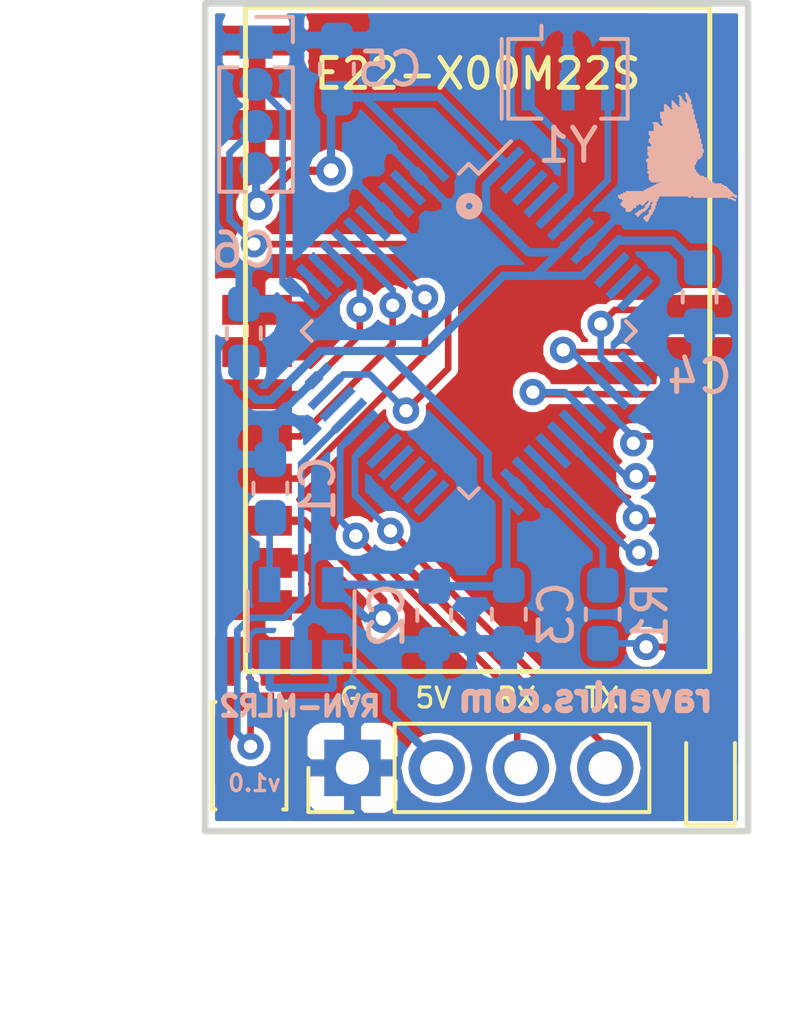
<source format=kicad_pcb>
(kicad_pcb (version 20171130) (host pcbnew "(5.0.1-3-g963ef8bb5)")

  (general
    (thickness 1.6)
    (drawings 12)
    (tracks 181)
    (zones 0)
    (modules 16)
    (nets 24)
  )

  (page A4)
  (layers
    (0 F.Cu signal)
    (31 B.Cu signal)
    (32 B.Adhes user)
    (33 F.Adhes user)
    (34 B.Paste user)
    (35 F.Paste user)
    (36 B.SilkS user)
    (37 F.SilkS user)
    (38 B.Mask user)
    (39 F.Mask user)
    (40 Dwgs.User user)
    (41 Cmts.User user)
    (42 Eco1.User user)
    (43 Eco2.User user)
    (44 Edge.Cuts user)
    (45 Margin user)
    (46 B.CrtYd user)
    (47 F.CrtYd user)
    (48 B.Fab user)
    (49 F.Fab user)
  )

  (setup
    (last_trace_width 0.2)
    (trace_clearance 0.2)
    (zone_clearance 0.2)
    (zone_45_only no)
    (trace_min 0.2)
    (segment_width 0.2)
    (edge_width 0.15)
    (via_size 0.8)
    (via_drill 0.4)
    (via_min_size 0.4)
    (via_min_drill 0.3)
    (uvia_size 0.3)
    (uvia_drill 0.1)
    (uvias_allowed no)
    (uvia_min_size 0.2)
    (uvia_min_drill 0.1)
    (pcb_text_width 0.3)
    (pcb_text_size 1.5 1.5)
    (mod_edge_width 0.15)
    (mod_text_size 1 1)
    (mod_text_width 0.15)
    (pad_size 1.524 1.524)
    (pad_drill 0.762)
    (pad_to_mask_clearance 0.2)
    (solder_mask_min_width 0.25)
    (aux_axis_origin 0 0)
    (visible_elements FFFFFF7F)
    (pcbplotparams
      (layerselection 0x010f0_ffffffff)
      (usegerberextensions true)
      (usegerberattributes false)
      (usegerberadvancedattributes false)
      (creategerberjobfile false)
      (excludeedgelayer true)
      (linewidth 0.100000)
      (plotframeref false)
      (viasonmask false)
      (mode 1)
      (useauxorigin true)
      (hpglpennumber 1)
      (hpglpenspeed 20)
      (hpglpendiameter 15.000000)
      (psnegative false)
      (psa4output false)
      (plotreference true)
      (plotvalue true)
      (plotinvisibletext false)
      (padsonsilk false)
      (subtractmaskfromsilk false)
      (outputformat 1)
      (mirror false)
      (drillshape 0)
      (scaleselection 1)
      (outputdirectory "gerbers/Raven_RX_MLR2/"))
  )

  (net 0 "")
  (net 1 "Net-(C1-Pad1)")
  (net 2 GND)
  (net 3 +3V3)
  (net 4 VCC)
  (net 5 SWCLK)
  (net 6 SWDIO)
  (net 7 "Net-(U2-Pad5)")
  (net 8 "Net-(U2-Pad6)")
  (net 9 PA4=NSS)
  (net 10 PA5=SCK)
  (net 11 PA6=MISO)
  (net 12 PA7=MOSI)
  (net 13 PA9=TX)
  (net 14 PA10=RX)
  (net 15 "Net-(D1-Pad2)")
  (net 16 PB11=LED)
  (net 17 "Net-(SW1-Pad1)")
  (net 18 PB4=RX_EN)
  (net 19 PB5=TX_EN)
  (net 20 PB6=DIO2)
  (net 21 PB0=NRESET)
  (net 22 PB1=BUSY)
  (net 23 PB10=DIO1)

  (net_class Default "This is the default net class."
    (clearance 0.2)
    (trace_width 0.2)
    (via_dia 0.8)
    (via_drill 0.4)
    (uvia_dia 0.3)
    (uvia_drill 0.1)
    (add_net "Net-(C1-Pad1)")
    (add_net "Net-(D1-Pad2)")
    (add_net "Net-(SW1-Pad1)")
    (add_net "Net-(U2-Pad5)")
    (add_net "Net-(U2-Pad6)")
    (add_net PA10=RX)
    (add_net PA4=NSS)
    (add_net PA5=SCK)
    (add_net PA6=MISO)
    (add_net PA7=MOSI)
    (add_net PA9=TX)
    (add_net PB0=NRESET)
    (add_net PB10=DIO1)
    (add_net PB11=LED)
    (add_net PB1=BUSY)
    (add_net PB4=RX_EN)
    (add_net PB5=TX_EN)
    (add_net PB6=DIO2)
    (add_net SWCLK)
    (add_net SWDIO)
  )

  (net_class Power ""
    (clearance 0.2)
    (trace_width 0.25)
    (via_dia 0.9)
    (via_drill 0.45)
    (uvia_dia 0.3)
    (uvia_drill 0.1)
    (add_net +3V3)
    (add_net GND)
    (add_net VCC)
  )

  (module Capacitor_SMD:C_0603_1608Metric_Pad1.05x0.95mm_HandSolder (layer B.Cu) (tedit 5BD7753E) (tstamp 5BD76B9F)
    (at 155.9941 89.8004 270)
    (descr "Capacitor SMD 0603 (1608 Metric), square (rectangular) end terminal, IPC_7351 nominal with elongated pad for handsoldering. (Body size source: http://www.tortai-tech.com/upload/download/2011102023233369053.pdf), generated with kicad-footprint-generator")
    (tags "capacitor handsolder")
    (path /5BD33564)
    (attr smd)
    (fp_text reference C4 (at 2.4 0) (layer B.SilkS)
      (effects (font (size 1 1) (thickness 0.15)) (justify mirror))
    )
    (fp_text value 100n (at 0 -1.43 270) (layer B.Fab)
      (effects (font (size 1 1) (thickness 0.15)) (justify mirror))
    )
    (fp_text user %R (at 0 0 270) (layer B.Fab)
      (effects (font (size 0.4 0.4) (thickness 0.06)) (justify mirror))
    )
    (fp_line (start 1.65 -0.73) (end -1.65 -0.73) (layer B.CrtYd) (width 0.05))
    (fp_line (start 1.65 0.73) (end 1.65 -0.73) (layer B.CrtYd) (width 0.05))
    (fp_line (start -1.65 0.73) (end 1.65 0.73) (layer B.CrtYd) (width 0.05))
    (fp_line (start -1.65 -0.73) (end -1.65 0.73) (layer B.CrtYd) (width 0.05))
    (fp_line (start -0.171267 -0.51) (end 0.171267 -0.51) (layer B.SilkS) (width 0.12))
    (fp_line (start -0.171267 0.51) (end 0.171267 0.51) (layer B.SilkS) (width 0.12))
    (fp_line (start 0.8 -0.4) (end -0.8 -0.4) (layer B.Fab) (width 0.1))
    (fp_line (start 0.8 0.4) (end 0.8 -0.4) (layer B.Fab) (width 0.1))
    (fp_line (start -0.8 0.4) (end 0.8 0.4) (layer B.Fab) (width 0.1))
    (fp_line (start -0.8 -0.4) (end -0.8 0.4) (layer B.Fab) (width 0.1))
    (pad 2 smd roundrect (at 0.875 0 270) (size 1.05 0.95) (layers B.Cu B.Paste B.Mask) (roundrect_rratio 0.25)
      (net 2 GND))
    (pad 1 smd roundrect (at -0.875 0 270) (size 1.05 0.95) (layers B.Cu B.Paste B.Mask) (roundrect_rratio 0.25)
      (net 3 +3V3))
    (model ${KISYS3DMOD}/Capacitor_SMD.3dshapes/C_0603_1608Metric.wrl
      (at (xyz 0 0 0))
      (scale (xyz 1 1 1))
      (rotate (xyz 0 0 0))
    )
  )

  (module Connector_PinHeader_2.54mm:PinHeader_1x04_P2.54mm_Vertical (layer F.Cu) (tedit 5BD773BC) (tstamp 5BEB97D4)
    (at 145.5293 103.9876 90)
    (descr "Through hole straight pin header, 1x04, 2.54mm pitch, single row")
    (tags "Through hole pin header THT 1x04 2.54mm single row")
    (path /5BD305CD)
    (fp_text reference J1 (at 0 -2.33 90) (layer F.SilkS) hide
      (effects (font (size 1 1) (thickness 0.15)))
    )
    (fp_text value Conn_01x04_Female (at 0 9.95 90) (layer F.Fab)
      (effects (font (size 1 1) (thickness 0.15)))
    )
    (fp_line (start -0.635 -1.27) (end 1.27 -1.27) (layer F.Fab) (width 0.1))
    (fp_line (start 1.27 -1.27) (end 1.27 8.89) (layer F.Fab) (width 0.1))
    (fp_line (start 1.27 8.89) (end -1.27 8.89) (layer F.Fab) (width 0.1))
    (fp_line (start -1.27 8.89) (end -1.27 -0.635) (layer F.Fab) (width 0.1))
    (fp_line (start -1.27 -0.635) (end -0.635 -1.27) (layer F.Fab) (width 0.1))
    (fp_line (start -1.33 8.95) (end 1.33 8.95) (layer F.SilkS) (width 0.12))
    (fp_line (start -1.33 1.27) (end -1.33 8.95) (layer F.SilkS) (width 0.12))
    (fp_line (start 1.33 1.27) (end 1.33 8.95) (layer F.SilkS) (width 0.12))
    (fp_line (start -1.33 1.27) (end 1.33 1.27) (layer F.SilkS) (width 0.12))
    (fp_line (start -1.33 0) (end -1.33 -1.33) (layer F.SilkS) (width 0.12))
    (fp_line (start -1.33 -1.33) (end 0 -1.33) (layer F.SilkS) (width 0.12))
    (fp_line (start -1.8 -1.8) (end -1.8 9.4) (layer F.CrtYd) (width 0.05))
    (fp_line (start -1.8 9.4) (end 1.8 9.4) (layer F.CrtYd) (width 0.05))
    (fp_line (start 1.8 9.4) (end 1.8 -1.8) (layer F.CrtYd) (width 0.05))
    (fp_line (start 1.8 -1.8) (end -1.8 -1.8) (layer F.CrtYd) (width 0.05))
    (fp_text user %R (at 0 3.81 180) (layer F.Fab)
      (effects (font (size 1 1) (thickness 0.15)))
    )
    (pad 1 thru_hole rect (at 0 0 90) (size 1.7 1.7) (drill 1) (layers *.Cu *.Mask)
      (net 2 GND))
    (pad 2 thru_hole oval (at 0 2.54 90) (size 1.7 1.7) (drill 1) (layers *.Cu *.Mask)
      (net 4 VCC))
    (pad 3 thru_hole oval (at 0 5.08 90) (size 1.7 1.7) (drill 1) (layers *.Cu *.Mask)
      (net 14 PA10=RX))
    (pad 4 thru_hole oval (at 0 7.62 90) (size 1.7 1.7) (drill 1) (layers *.Cu *.Mask)
      (net 13 PA9=TX))
    (model ${KISYS3DMOD}/Connector_PinHeader_2.54mm.3dshapes/PinHeader_1x04_P2.54mm_Vertical.wrl
      (at (xyz 0 0 0))
      (scale (xyz 1 1 1))
      (rotate (xyz 0 0 0))
    )
  )

  (module Package_TO_SOT_SMD:SOT-23-5 (layer B.Cu) (tedit 5BD83911) (tstamp 5BEB97E9)
    (at 143.9799 99.568 90)
    (descr "5-pin SOT23 package")
    (tags SOT-23-5)
    (path /5BD3046A)
    (attr smd)
    (fp_text reference U1 (at 0 2.9 90) (layer B.SilkS) hide
      (effects (font (size 1 1) (thickness 0.15)) (justify mirror))
    )
    (fp_text value MIC5219-3.3 (at 0 -2.9 90) (layer B.Fab)
      (effects (font (size 1 1) (thickness 0.15)) (justify mirror))
    )
    (fp_line (start 0.9 1.55) (end 0.9 -1.55) (layer B.Fab) (width 0.1))
    (fp_line (start 0.9 -1.55) (end -0.9 -1.55) (layer B.Fab) (width 0.1))
    (fp_line (start -0.9 0.9) (end -0.9 -1.55) (layer B.Fab) (width 0.1))
    (fp_line (start 0.9 1.55) (end -0.25 1.55) (layer B.Fab) (width 0.1))
    (fp_line (start -0.9 0.9) (end -0.25 1.55) (layer B.Fab) (width 0.1))
    (fp_line (start -1.9 -1.8) (end -1.9 1.8) (layer B.CrtYd) (width 0.05))
    (fp_line (start 1.9 -1.8) (end -1.9 -1.8) (layer B.CrtYd) (width 0.05))
    (fp_line (start 1.9 1.8) (end 1.9 -1.8) (layer B.CrtYd) (width 0.05))
    (fp_line (start -1.9 1.8) (end 1.9 1.8) (layer B.CrtYd) (width 0.05))
    (fp_line (start 0.9 1.61) (end -1.55 1.61) (layer B.SilkS) (width 0.12))
    (fp_line (start -0.9 -1.61) (end 0.9 -1.61) (layer B.SilkS) (width 0.12))
    (fp_text user %R (at 0 0) (layer B.Fab)
      (effects (font (size 0.5 0.5) (thickness 0.075)) (justify mirror))
    )
    (pad 5 smd rect (at 1.1 0.95 90) (size 1.06 0.65) (layers B.Cu B.Paste B.Mask)
      (net 3 +3V3))
    (pad 4 smd rect (at 1.1 -0.95 90) (size 1.06 0.65) (layers B.Cu B.Paste B.Mask)
      (net 1 "Net-(C1-Pad1)"))
    (pad 3 smd rect (at -1.1 -0.95 90) (size 1.06 0.65) (layers B.Cu B.Paste B.Mask)
      (net 4 VCC))
    (pad 2 smd rect (at -1.1 0 90) (size 1.06 0.65) (layers B.Cu B.Paste B.Mask)
      (net 2 GND))
    (pad 1 smd rect (at -1.1 0.95 90) (size 1.06 0.65) (layers B.Cu B.Paste B.Mask)
      (net 4 VCC))
    (model ${KISYS3DMOD}/Package_TO_SOT_SMD.3dshapes/SOT-23-5.wrl
      (at (xyz 0 0 0))
      (scale (xyz 1 1 1))
      (rotate (xyz 0 0 0))
    )
  )

  (module Package_QFP:LQFP-48_7x7mm_P0.5mm (layer B.Cu) (tedit 5BD774B3) (tstamp 5BEB9840)
    (at 149.0345 90.8304 225)
    (descr "48 LEAD LQFP 7x7mm (see MICREL LQFP7x7-48LD-PL-1.pdf)")
    (tags "QFP 0.5")
    (path /5BD35067)
    (attr smd)
    (fp_text reference U2 (at 0 6 225) (layer B.SilkS) hide
      (effects (font (size 1 1) (thickness 0.15)) (justify mirror))
    )
    (fp_text value STM32F103C8Tx (at 0 -6 225) (layer B.Fab)
      (effects (font (size 1 1) (thickness 0.15)) (justify mirror))
    )
    (fp_line (start 3.13 -3.75) (end 3.75 -3.75) (layer B.CrtYd) (width 0.05))
    (fp_line (start 3.75 -3.13) (end 3.75 -3.75) (layer B.CrtYd) (width 0.05))
    (fp_line (start 3.13 -5.25) (end 3.13 -3.75) (layer B.CrtYd) (width 0.05))
    (fp_text user %R (at 0 0 225) (layer B.Fab)
      (effects (font (size 1 1) (thickness 0.15)) (justify mirror))
    )
    (fp_line (start -2.5 3.5) (end 3.5 3.5) (layer B.Fab) (width 0.1))
    (fp_line (start 3.5 3.5) (end 3.5 -3.5) (layer B.Fab) (width 0.1))
    (fp_line (start 3.5 -3.5) (end -3.5 -3.5) (layer B.Fab) (width 0.1))
    (fp_line (start -3.5 -3.5) (end -3.5 2.5) (layer B.Fab) (width 0.1))
    (fp_line (start -3.5 2.5) (end -2.5 3.5) (layer B.Fab) (width 0.1))
    (fp_line (start -5.25 3.13) (end -5.25 -3.13) (layer B.CrtYd) (width 0.05))
    (fp_line (start 5.25 3.13) (end 5.25 -3.13) (layer B.CrtYd) (width 0.05))
    (fp_line (start -3.13 5.25) (end 3.13 5.25) (layer B.CrtYd) (width 0.05))
    (fp_line (start -3.13 -5.25) (end 3.13 -5.25) (layer B.CrtYd) (width 0.05))
    (fp_line (start 3.56 3.56) (end 3.56 3.14) (layer B.SilkS) (width 0.12))
    (fp_line (start 3.56 -3.56) (end 3.56 -3.14) (layer B.SilkS) (width 0.12))
    (fp_line (start -3.56 -3.56) (end -3.56 -3.14) (layer B.SilkS) (width 0.12))
    (fp_line (start -3.56 3.56) (end -3.14 3.56) (layer B.SilkS) (width 0.12))
    (fp_line (start 3.56 -3.56) (end 3.14 -3.56) (layer B.SilkS) (width 0.12))
    (fp_line (start 3.56 3.56) (end 3.14 3.56) (layer B.SilkS) (width 0.12))
    (fp_line (start -3.56 3.14) (end -4.94 3.14) (layer B.SilkS) (width 0.12))
    (fp_line (start -3.56 3.56) (end -3.56 3.14) (layer B.SilkS) (width 0.12))
    (fp_line (start -3.56 -3.56) (end -3.14 -3.56) (layer B.SilkS) (width 0.12))
    (fp_line (start 3.75 -3.13) (end 5.25 -3.13) (layer B.CrtYd) (width 0.05))
    (fp_line (start 3.75 3.13) (end 5.25 3.13) (layer B.CrtYd) (width 0.05))
    (fp_line (start 3.13 3.75) (end 3.13 5.25) (layer B.CrtYd) (width 0.05))
    (fp_line (start -3.13 3.75) (end -3.13 5.25) (layer B.CrtYd) (width 0.05))
    (fp_line (start -3.75 3.13) (end -5.25 3.13) (layer B.CrtYd) (width 0.05))
    (fp_line (start -3.75 -3.13) (end -5.25 -3.13) (layer B.CrtYd) (width 0.05))
    (fp_line (start -3.13 -3.75) (end -3.13 -5.25) (layer B.CrtYd) (width 0.05))
    (fp_line (start 3.13 3.75) (end 3.75 3.75) (layer B.CrtYd) (width 0.05))
    (fp_line (start 3.75 3.13) (end 3.75 3.75) (layer B.CrtYd) (width 0.05))
    (fp_line (start -3.75 -3.13) (end -3.75 -3.75) (layer B.CrtYd) (width 0.05))
    (fp_line (start -3.13 -3.75) (end -3.75 -3.75) (layer B.CrtYd) (width 0.05))
    (fp_line (start -3.75 3.13) (end -3.75 3.75) (layer B.CrtYd) (width 0.05))
    (fp_line (start -3.13 3.75) (end -3.75 3.75) (layer B.CrtYd) (width 0.05))
    (pad 1 smd rect (at -4.35 2.75 225) (size 1.3 0.25) (layers B.Cu B.Paste B.Mask)
      (net 3 +3V3))
    (pad 2 smd rect (at -4.35 2.25 225) (size 1.3 0.25) (layers B.Cu B.Paste B.Mask))
    (pad 3 smd rect (at -4.35 1.749999 225) (size 1.3 0.25) (layers B.Cu B.Paste B.Mask))
    (pad 4 smd rect (at -4.35 1.25 225) (size 1.3 0.25) (layers B.Cu B.Paste B.Mask))
    (pad 5 smd rect (at -4.35 0.750001 225) (size 1.3 0.25) (layers B.Cu B.Paste B.Mask)
      (net 7 "Net-(U2-Pad5)"))
    (pad 6 smd rect (at -4.35 0.25 225) (size 1.3 0.25) (layers B.Cu B.Paste B.Mask)
      (net 8 "Net-(U2-Pad6)"))
    (pad 7 smd rect (at -4.35 -0.25 225) (size 1.3 0.25) (layers B.Cu B.Paste B.Mask)
      (net 3 +3V3))
    (pad 8 smd rect (at -4.35 -0.750001 225) (size 1.3 0.25) (layers B.Cu B.Paste B.Mask)
      (net 2 GND))
    (pad 9 smd rect (at -4.35 -1.25 225) (size 1.3 0.25) (layers B.Cu B.Paste B.Mask)
      (net 3 +3V3))
    (pad 10 smd rect (at -4.35 -1.749999 225) (size 1.3 0.25) (layers B.Cu B.Paste B.Mask))
    (pad 11 smd rect (at -4.35 -2.25 225) (size 1.3 0.25) (layers B.Cu B.Paste B.Mask))
    (pad 12 smd rect (at -4.35 -2.75 225) (size 1.3 0.25) (layers B.Cu B.Paste B.Mask))
    (pad 13 smd rect (at -2.75 -4.35 135) (size 1.3 0.25) (layers B.Cu B.Paste B.Mask))
    (pad 14 smd rect (at -2.25 -4.35 135) (size 1.3 0.25) (layers B.Cu B.Paste B.Mask)
      (net 9 PA4=NSS))
    (pad 15 smd rect (at -1.749999 -4.35 135) (size 1.3 0.25) (layers B.Cu B.Paste B.Mask)
      (net 10 PA5=SCK))
    (pad 16 smd rect (at -1.25 -4.35 135) (size 1.3 0.25) (layers B.Cu B.Paste B.Mask)
      (net 11 PA6=MISO))
    (pad 17 smd rect (at -0.750001 -4.35 135) (size 1.3 0.25) (layers B.Cu B.Paste B.Mask)
      (net 12 PA7=MOSI))
    (pad 18 smd rect (at -0.25 -4.35 135) (size 1.3 0.25) (layers B.Cu B.Paste B.Mask)
      (net 21 PB0=NRESET))
    (pad 19 smd rect (at 0.25 -4.35 135) (size 1.3 0.25) (layers B.Cu B.Paste B.Mask)
      (net 22 PB1=BUSY))
    (pad 20 smd rect (at 0.750001 -4.35 135) (size 1.3 0.25) (layers B.Cu B.Paste B.Mask))
    (pad 21 smd rect (at 1.25 -4.35 135) (size 1.3 0.25) (layers B.Cu B.Paste B.Mask)
      (net 23 PB10=DIO1))
    (pad 22 smd rect (at 1.749999 -4.35 135) (size 1.3 0.25) (layers B.Cu B.Paste B.Mask)
      (net 16 PB11=LED))
    (pad 23 smd rect (at 2.25 -4.35 135) (size 1.3 0.25) (layers B.Cu B.Paste B.Mask)
      (net 2 GND))
    (pad 24 smd rect (at 2.75 -4.35 135) (size 1.3 0.25) (layers B.Cu B.Paste B.Mask)
      (net 3 +3V3))
    (pad 25 smd rect (at 4.35 -2.75 225) (size 1.3 0.25) (layers B.Cu B.Paste B.Mask))
    (pad 26 smd rect (at 4.35 -2.25 225) (size 1.3 0.25) (layers B.Cu B.Paste B.Mask))
    (pad 27 smd rect (at 4.35 -1.749999 225) (size 1.3 0.25) (layers B.Cu B.Paste B.Mask))
    (pad 28 smd rect (at 4.35 -1.25 225) (size 1.3 0.25) (layers B.Cu B.Paste B.Mask))
    (pad 29 smd rect (at 4.35 -0.750001 225) (size 1.3 0.25) (layers B.Cu B.Paste B.Mask))
    (pad 30 smd rect (at 4.35 -0.25 225) (size 1.3 0.25) (layers B.Cu B.Paste B.Mask)
      (net 13 PA9=TX))
    (pad 31 smd rect (at 4.35 0.25 225) (size 1.3 0.25) (layers B.Cu B.Paste B.Mask)
      (net 14 PA10=RX))
    (pad 32 smd rect (at 4.35 0.750001 225) (size 1.3 0.25) (layers B.Cu B.Paste B.Mask)
      (net 17 "Net-(SW1-Pad1)"))
    (pad 33 smd rect (at 4.35 1.25 225) (size 1.3 0.25) (layers B.Cu B.Paste B.Mask))
    (pad 34 smd rect (at 4.35 1.749999 225) (size 1.3 0.25) (layers B.Cu B.Paste B.Mask)
      (net 6 SWDIO))
    (pad 35 smd rect (at 4.35 2.25 225) (size 1.3 0.25) (layers B.Cu B.Paste B.Mask)
      (net 2 GND))
    (pad 36 smd rect (at 4.35 2.75 225) (size 1.3 0.25) (layers B.Cu B.Paste B.Mask)
      (net 3 +3V3))
    (pad 37 smd rect (at 2.75 4.35 135) (size 1.3 0.25) (layers B.Cu B.Paste B.Mask)
      (net 5 SWCLK))
    (pad 38 smd rect (at 2.25 4.35 135) (size 1.3 0.25) (layers B.Cu B.Paste B.Mask))
    (pad 39 smd rect (at 1.749999 4.35 135) (size 1.3 0.25) (layers B.Cu B.Paste B.Mask))
    (pad 40 smd rect (at 1.25 4.35 135) (size 1.3 0.25) (layers B.Cu B.Paste B.Mask)
      (net 18 PB4=RX_EN))
    (pad 41 smd rect (at 0.750001 4.35 135) (size 1.3 0.25) (layers B.Cu B.Paste B.Mask)
      (net 19 PB5=TX_EN))
    (pad 42 smd rect (at 0.25 4.35 135) (size 1.3 0.25) (layers B.Cu B.Paste B.Mask)
      (net 20 PB6=DIO2))
    (pad 43 smd rect (at -0.25 4.35 135) (size 1.3 0.25) (layers B.Cu B.Paste B.Mask))
    (pad 44 smd rect (at -0.750001 4.35 135) (size 1.3 0.25) (layers B.Cu B.Paste B.Mask)
      (net 2 GND))
    (pad 45 smd rect (at -1.25 4.35 135) (size 1.3 0.25) (layers B.Cu B.Paste B.Mask))
    (pad 46 smd rect (at -1.749999 4.35 135) (size 1.3 0.25) (layers B.Cu B.Paste B.Mask))
    (pad 47 smd rect (at -2.25 4.35 135) (size 1.3 0.25) (layers B.Cu B.Paste B.Mask)
      (net 2 GND))
    (pad 48 smd rect (at -2.75 4.35 135) (size 1.3 0.25) (layers B.Cu B.Paste B.Mask)
      (net 3 +3V3))
    (model ${KISYS3DMOD}/Package_QFP.3dshapes/LQFP-48_7x7mm_P0.5mm.wrl
      (at (xyz 0 0 0))
      (scale (xyz 1 1 1))
      (rotate (xyz 0 0 0))
    )
  )

  (module Capacitor_SMD:C_0603_1608Metric_Pad1.05x0.95mm_HandSolder (layer B.Cu) (tedit 5B301BBE) (tstamp 5BF7D97D)
    (at 143.0528 95.5688 90)
    (descr "Capacitor SMD 0603 (1608 Metric), square (rectangular) end terminal, IPC_7351 nominal with elongated pad for handsoldering. (Body size source: http://www.tortai-tech.com/upload/download/2011102023233369053.pdf), generated with kicad-footprint-generator")
    (tags "capacitor handsolder")
    (path /5BD31CB8)
    (attr smd)
    (fp_text reference C1 (at 0 1.43 90) (layer B.SilkS)
      (effects (font (size 1 1) (thickness 0.15)) (justify mirror))
    )
    (fp_text value 470p (at 0 -1.43 90) (layer B.Fab)
      (effects (font (size 1 1) (thickness 0.15)) (justify mirror))
    )
    (fp_line (start -0.8 -0.4) (end -0.8 0.4) (layer B.Fab) (width 0.1))
    (fp_line (start -0.8 0.4) (end 0.8 0.4) (layer B.Fab) (width 0.1))
    (fp_line (start 0.8 0.4) (end 0.8 -0.4) (layer B.Fab) (width 0.1))
    (fp_line (start 0.8 -0.4) (end -0.8 -0.4) (layer B.Fab) (width 0.1))
    (fp_line (start -0.171267 0.51) (end 0.171267 0.51) (layer B.SilkS) (width 0.12))
    (fp_line (start -0.171267 -0.51) (end 0.171267 -0.51) (layer B.SilkS) (width 0.12))
    (fp_line (start -1.65 -0.73) (end -1.65 0.73) (layer B.CrtYd) (width 0.05))
    (fp_line (start -1.65 0.73) (end 1.65 0.73) (layer B.CrtYd) (width 0.05))
    (fp_line (start 1.65 0.73) (end 1.65 -0.73) (layer B.CrtYd) (width 0.05))
    (fp_line (start 1.65 -0.73) (end -1.65 -0.73) (layer B.CrtYd) (width 0.05))
    (fp_text user %R (at 0 0 90) (layer B.Fab)
      (effects (font (size 0.4 0.4) (thickness 0.06)) (justify mirror))
    )
    (pad 1 smd roundrect (at -0.875 0 90) (size 1.05 0.95) (layers B.Cu B.Paste B.Mask) (roundrect_rratio 0.25)
      (net 1 "Net-(C1-Pad1)"))
    (pad 2 smd roundrect (at 0.875 0 90) (size 1.05 0.95) (layers B.Cu B.Paste B.Mask) (roundrect_rratio 0.25)
      (net 2 GND))
    (model ${KISYS3DMOD}/Capacitor_SMD.3dshapes/C_0603_1608Metric.wrl
      (at (xyz 0 0 0))
      (scale (xyz 1 1 1))
      (rotate (xyz 0 0 0))
    )
  )

  (module Capacitor_SMD:C_0603_1608Metric_Pad1.05x0.95mm_HandSolder (layer B.Cu) (tedit 5BD83929) (tstamp 5BD764F6)
    (at 147.9931 99.3915 270)
    (descr "Capacitor SMD 0603 (1608 Metric), square (rectangular) end terminal, IPC_7351 nominal with elongated pad for handsoldering. (Body size source: http://www.tortai-tech.com/upload/download/2011102023233369053.pdf), generated with kicad-footprint-generator")
    (tags "capacitor handsolder")
    (path /5BD3203B)
    (attr smd)
    (fp_text reference C2 (at 0 1.43 270) (layer B.SilkS)
      (effects (font (size 1 1) (thickness 0.15)) (justify mirror))
    )
    (fp_text value 2.2u (at 0 -1.43 270) (layer B.Fab)
      (effects (font (size 1 1) (thickness 0.15)) (justify mirror))
    )
    (fp_text user %R (at 0 0 270) (layer B.Fab)
      (effects (font (size 0.4 0.4) (thickness 0.06)) (justify mirror))
    )
    (fp_line (start 1.65 -0.73) (end -1.65 -0.73) (layer B.CrtYd) (width 0.05))
    (fp_line (start 1.65 0.73) (end 1.65 -0.73) (layer B.CrtYd) (width 0.05))
    (fp_line (start -1.65 0.73) (end 1.65 0.73) (layer B.CrtYd) (width 0.05))
    (fp_line (start -1.65 -0.73) (end -1.65 0.73) (layer B.CrtYd) (width 0.05))
    (fp_line (start -0.171267 -0.51) (end 0.171267 -0.51) (layer B.SilkS) (width 0.12))
    (fp_line (start -0.171267 0.51) (end 0.171267 0.51) (layer B.SilkS) (width 0.12))
    (fp_line (start 0.8 -0.4) (end -0.8 -0.4) (layer B.Fab) (width 0.1))
    (fp_line (start 0.8 0.4) (end 0.8 -0.4) (layer B.Fab) (width 0.1))
    (fp_line (start -0.8 0.4) (end 0.8 0.4) (layer B.Fab) (width 0.1))
    (fp_line (start -0.8 -0.4) (end -0.8 0.4) (layer B.Fab) (width 0.1))
    (pad 2 smd roundrect (at 0.875 0 270) (size 1.05 0.95) (layers B.Cu B.Paste B.Mask) (roundrect_rratio 0.25)
      (net 2 GND))
    (pad 1 smd roundrect (at -0.875 0 270) (size 1.05 0.95) (layers B.Cu B.Paste B.Mask) (roundrect_rratio 0.25)
      (net 3 +3V3))
    (model ${KISYS3DMOD}/Capacitor_SMD.3dshapes/C_0603_1608Metric.wrl
      (at (xyz 0 0 0))
      (scale (xyz 1 1 1))
      (rotate (xyz 0 0 0))
    )
  )

  (module Capacitor_SMD:C_0603_1608Metric_Pad1.05x0.95mm_HandSolder (layer B.Cu) (tedit 5BD77555) (tstamp 5BEBC9B6)
    (at 150.241 99.3635 270)
    (descr "Capacitor SMD 0603 (1608 Metric), square (rectangular) end terminal, IPC_7351 nominal with elongated pad for handsoldering. (Body size source: http://www.tortai-tech.com/upload/download/2011102023233369053.pdf), generated with kicad-footprint-generator")
    (tags "capacitor handsolder")
    (path /5BD33537)
    (attr smd)
    (fp_text reference C3 (at 0 -1.43 270) (layer B.SilkS)
      (effects (font (size 1 1) (thickness 0.15)) (justify mirror))
    )
    (fp_text value 100n (at 0 -1.43 270) (layer B.Fab)
      (effects (font (size 1 1) (thickness 0.15)) (justify mirror))
    )
    (fp_line (start -0.8 -0.4) (end -0.8 0.4) (layer B.Fab) (width 0.1))
    (fp_line (start -0.8 0.4) (end 0.8 0.4) (layer B.Fab) (width 0.1))
    (fp_line (start 0.8 0.4) (end 0.8 -0.4) (layer B.Fab) (width 0.1))
    (fp_line (start 0.8 -0.4) (end -0.8 -0.4) (layer B.Fab) (width 0.1))
    (fp_line (start -0.171267 0.51) (end 0.171267 0.51) (layer B.SilkS) (width 0.12))
    (fp_line (start -0.171267 -0.51) (end 0.171267 -0.51) (layer B.SilkS) (width 0.12))
    (fp_line (start -1.65 -0.73) (end -1.65 0.73) (layer B.CrtYd) (width 0.05))
    (fp_line (start -1.65 0.73) (end 1.65 0.73) (layer B.CrtYd) (width 0.05))
    (fp_line (start 1.65 0.73) (end 1.65 -0.73) (layer B.CrtYd) (width 0.05))
    (fp_line (start 1.65 -0.73) (end -1.65 -0.73) (layer B.CrtYd) (width 0.05))
    (fp_text user %R (at 0 0 270) (layer B.Fab)
      (effects (font (size 0.4 0.4) (thickness 0.06)) (justify mirror))
    )
    (pad 1 smd roundrect (at -0.875 0 270) (size 1.05 0.95) (layers B.Cu B.Paste B.Mask) (roundrect_rratio 0.25)
      (net 3 +3V3))
    (pad 2 smd roundrect (at 0.875 0 270) (size 1.05 0.95) (layers B.Cu B.Paste B.Mask) (roundrect_rratio 0.25)
      (net 2 GND))
    (model ${KISYS3DMOD}/Capacitor_SMD.3dshapes/C_0603_1608Metric.wrl
      (at (xyz 0 0 0))
      (scale (xyz 1 1 1))
      (rotate (xyz 0 0 0))
    )
  )

  (module Capacitor_SMD:C_0603_1608Metric_Pad1.05x0.95mm_HandSolder (layer B.Cu) (tedit 5BD8C785) (tstamp 5BD762AA)
    (at 145.0594 82.9437 90)
    (descr "Capacitor SMD 0603 (1608 Metric), square (rectangular) end terminal, IPC_7351 nominal with elongated pad for handsoldering. (Body size source: http://www.tortai-tech.com/upload/download/2011102023233369053.pdf), generated with kicad-footprint-generator")
    (tags "capacitor handsolder")
    (path /5BD3358C)
    (attr smd)
    (fp_text reference C5 (at 0 1.6 180) (layer B.SilkS)
      (effects (font (size 1 1) (thickness 0.15)) (justify mirror))
    )
    (fp_text value 100n (at 0 -1.43 90) (layer B.Fab)
      (effects (font (size 1 1) (thickness 0.15)) (justify mirror))
    )
    (fp_line (start -0.8 -0.4) (end -0.8 0.4) (layer B.Fab) (width 0.1))
    (fp_line (start -0.8 0.4) (end 0.8 0.4) (layer B.Fab) (width 0.1))
    (fp_line (start 0.8 0.4) (end 0.8 -0.4) (layer B.Fab) (width 0.1))
    (fp_line (start 0.8 -0.4) (end -0.8 -0.4) (layer B.Fab) (width 0.1))
    (fp_line (start -0.171267 0.51) (end 0.171267 0.51) (layer B.SilkS) (width 0.12))
    (fp_line (start -0.171267 -0.51) (end 0.171267 -0.51) (layer B.SilkS) (width 0.12))
    (fp_line (start -1.65 -0.73) (end -1.65 0.73) (layer B.CrtYd) (width 0.05))
    (fp_line (start -1.65 0.73) (end 1.65 0.73) (layer B.CrtYd) (width 0.05))
    (fp_line (start 1.65 0.73) (end 1.65 -0.73) (layer B.CrtYd) (width 0.05))
    (fp_line (start 1.65 -0.73) (end -1.65 -0.73) (layer B.CrtYd) (width 0.05))
    (fp_text user %R (at 0 0 90) (layer B.Fab)
      (effects (font (size 0.4 0.4) (thickness 0.06)) (justify mirror))
    )
    (pad 1 smd roundrect (at -0.875 0 90) (size 1.05 0.95) (layers B.Cu B.Paste B.Mask) (roundrect_rratio 0.25)
      (net 3 +3V3))
    (pad 2 smd roundrect (at 0.875 0 90) (size 1.05 0.95) (layers B.Cu B.Paste B.Mask) (roundrect_rratio 0.25)
      (net 2 GND))
    (model ${KISYS3DMOD}/Capacitor_SMD.3dshapes/C_0603_1608Metric.wrl
      (at (xyz 0 0 0))
      (scale (xyz 1 1 1))
      (rotate (xyz 0 0 0))
    )
  )

  (module Capacitor_SMD:C_0603_1608Metric_Pad1.05x0.95mm_HandSolder (layer B.Cu) (tedit 5BD85668) (tstamp 5BD76D52)
    (at 142.2527 90.8939 90)
    (descr "Capacitor SMD 0603 (1608 Metric), square (rectangular) end terminal, IPC_7351 nominal with elongated pad for handsoldering. (Body size source: http://www.tortai-tech.com/upload/download/2011102023233369053.pdf), generated with kicad-footprint-generator")
    (tags "capacitor handsolder")
    (path /5BD335B4)
    (attr smd)
    (fp_text reference C6 (at 2.5 0 180) (layer B.SilkS)
      (effects (font (size 1 1) (thickness 0.15)) (justify mirror))
    )
    (fp_text value 100n (at 0 -1.43 90) (layer B.Fab)
      (effects (font (size 1 1) (thickness 0.15)) (justify mirror))
    )
    (fp_text user %R (at 0 0 90) (layer B.Fab)
      (effects (font (size 0.4 0.4) (thickness 0.06)) (justify mirror))
    )
    (fp_line (start 1.65 -0.73) (end -1.65 -0.73) (layer B.CrtYd) (width 0.05))
    (fp_line (start 1.65 0.73) (end 1.65 -0.73) (layer B.CrtYd) (width 0.05))
    (fp_line (start -1.65 0.73) (end 1.65 0.73) (layer B.CrtYd) (width 0.05))
    (fp_line (start -1.65 -0.73) (end -1.65 0.73) (layer B.CrtYd) (width 0.05))
    (fp_line (start -0.171267 -0.51) (end 0.171267 -0.51) (layer B.SilkS) (width 0.12))
    (fp_line (start -0.171267 0.51) (end 0.171267 0.51) (layer B.SilkS) (width 0.12))
    (fp_line (start 0.8 -0.4) (end -0.8 -0.4) (layer B.Fab) (width 0.1))
    (fp_line (start 0.8 0.4) (end 0.8 -0.4) (layer B.Fab) (width 0.1))
    (fp_line (start -0.8 0.4) (end 0.8 0.4) (layer B.Fab) (width 0.1))
    (fp_line (start -0.8 -0.4) (end -0.8 0.4) (layer B.Fab) (width 0.1))
    (pad 2 smd roundrect (at 0.875 0 90) (size 1.05 0.95) (layers B.Cu B.Paste B.Mask) (roundrect_rratio 0.25)
      (net 2 GND))
    (pad 1 smd roundrect (at -0.875 0 90) (size 1.05 0.95) (layers B.Cu B.Paste B.Mask) (roundrect_rratio 0.25)
      (net 3 +3V3))
    (model ${KISYS3DMOD}/Capacitor_SMD.3dshapes/C_0603_1608Metric.wrl
      (at (xyz 0 0 0))
      (scale (xyz 1 1 1))
      (rotate (xyz 0 0 0))
    )
  )

  (module Crystal:Resonator_SMD_muRata_CSTxExxV-3Pin_3.0x1.1mm (layer B.Cu) (tedit 5AD358ED) (tstamp 5BEBC76D)
    (at 152.0255 83.2358)
    (descr "SMD Resomator/Filter Murata CSTCE, https://www.murata.com/en-eu/products/productdata/8801162264606/SPEC-CSTNE16M0VH3C000R0.pdf")
    (tags "SMD SMT ceramic resonator filter")
    (path /5BD34660)
    (attr smd)
    (fp_text reference Y1 (at 0 2) (layer B.SilkS)
      (effects (font (size 1 1) (thickness 0.15)) (justify mirror))
    )
    (fp_text value 8Mhz (at 0 -1.8) (layer B.Fab)
      (effects (font (size 0.2 0.2) (thickness 0.03)) (justify mirror))
    )
    (fp_text user %R (at 0.1 0.05) (layer B.Fab)
      (effects (font (size 0.6 0.6) (thickness 0.08)) (justify mirror))
    )
    (fp_line (start 1.8 -1.2) (end 1 -1.2) (layer B.SilkS) (width 0.12))
    (fp_line (start 1.8 1.2) (end 1.8 -0.8) (layer B.SilkS) (width 0.12))
    (fp_line (start 1 1.2) (end 1.8 1.2) (layer B.SilkS) (width 0.12))
    (fp_line (start -1.8 1.2) (end -0.8 1.2) (layer B.SilkS) (width 0.12))
    (fp_line (start -1.8 -0.8) (end -1.8 1.2) (layer B.SilkS) (width 0.12))
    (fp_line (start -0.8 -1.2) (end -1.8 -1.2) (layer B.SilkS) (width 0.12))
    (fp_line (start -0.8 -1.2) (end -0.8 -1.6) (layer B.SilkS) (width 0.12))
    (fp_line (start -2 1.2) (end -2 -0.8) (layer B.SilkS) (width 0.12))
    (fp_line (start 1.8 -0.8) (end 1.8 -1.2) (layer B.SilkS) (width 0.12))
    (fp_line (start -1.8 -0.8) (end -1.8 -1.2) (layer B.SilkS) (width 0.12))
    (fp_line (start -2 -0.8) (end -2 -1.2) (layer B.SilkS) (width 0.12))
    (fp_line (start 1.5 -0.8) (end 1.5 0.8) (layer B.Fab) (width 0.1))
    (fp_line (start 1.5 0.8) (end -1.5 0.8) (layer B.Fab) (width 0.1))
    (fp_line (start -1 -0.8) (end -1.5 -0.3) (layer B.Fab) (width 0.1))
    (fp_line (start -1 -0.8) (end 1.5 -0.8) (layer B.Fab) (width 0.1))
    (fp_line (start -1.5 -0.3) (end -1.5 0.8) (layer B.Fab) (width 0.1))
    (fp_line (start 1.75 -1.2) (end -1.75 -1.2) (layer B.CrtYd) (width 0.05))
    (fp_line (start -1.75 1.2) (end 1.75 1.2) (layer B.CrtYd) (width 0.05))
    (fp_line (start 1.75 1.2) (end 1.75 -1.2) (layer B.CrtYd) (width 0.05))
    (fp_line (start -1.75 -1.2) (end -1.75 1.2) (layer B.CrtYd) (width 0.05))
    (pad 1 smd rect (at -1.2 0) (size 0.4 1.9) (layers B.Cu B.Paste B.Mask)
      (net 7 "Net-(U2-Pad5)"))
    (pad 2 smd rect (at 0 0) (size 0.4 1.9) (layers B.Cu B.Paste B.Mask)
      (net 2 GND))
    (pad 3 smd rect (at 1.2 0) (size 0.4 1.9) (layers B.Cu B.Paste B.Mask)
      (net 8 "Net-(U2-Pad6)"))
    (model ${KISYS3DMOD}/Crystal.3dshapes/Resonator_SMD_muRata_CSTxExxV-3Pin_3.0x1.1mm.wrl
      (at (xyz 0 0 0))
      (scale (xyz 1 1 1))
      (rotate (xyz 0 0 0))
    )
  )

  (module Raven:PadHeader_1x04_P1.27mm (layer B.Cu) (tedit 5BD7737D) (tstamp 5BE4D9DD)
    (at 142.621 82.1309 180)
    (descr "Through hole straight pin header, 1x04, 1.27mm pitch, single row")
    (tags "Through hole pin header THT 1x04 1.27mm single row")
    (path /5BD30EFA)
    (fp_text reference J2 (at 0 1.695 180) (layer B.SilkS) hide
      (effects (font (size 1 1) (thickness 0.15)) (justify mirror))
    )
    (fp_text value Conn_01x04_Female (at 0 -5.505 180) (layer B.Fab)
      (effects (font (size 1 1) (thickness 0.15)) (justify mirror))
    )
    (fp_line (start -0.525 0.635) (end 1.05 0.635) (layer B.Fab) (width 0.1))
    (fp_line (start 1.05 0.635) (end 1.05 -4.445) (layer B.Fab) (width 0.1))
    (fp_line (start 1.05 -4.445) (end -1.05 -4.445) (layer B.Fab) (width 0.1))
    (fp_line (start -1.05 -4.445) (end -1.05 0.11) (layer B.Fab) (width 0.1))
    (fp_line (start -1.05 0.11) (end -0.525 0.635) (layer B.Fab) (width 0.1))
    (fp_line (start -1.11 -4.505) (end -0.30753 -4.505) (layer B.SilkS) (width 0.12))
    (fp_line (start 0.30753 -4.505) (end 1.11 -4.505) (layer B.SilkS) (width 0.12))
    (fp_line (start -1.11 -0.76) (end -1.11 -4.505) (layer B.SilkS) (width 0.12))
    (fp_line (start 1.11 -0.76) (end 1.11 -4.505) (layer B.SilkS) (width 0.12))
    (fp_line (start -1.11 -0.76) (end -0.563471 -0.76) (layer B.SilkS) (width 0.12))
    (fp_line (start 0.563471 -0.76) (end 1.11 -0.76) (layer B.SilkS) (width 0.12))
    (fp_line (start -1.11 0) (end -1.11 0.76) (layer B.SilkS) (width 0.12))
    (fp_line (start -1.11 0.76) (end 0 0.76) (layer B.SilkS) (width 0.12))
    (fp_line (start -1.55 1.15) (end -1.55 -4.95) (layer B.CrtYd) (width 0.05))
    (fp_line (start -1.55 -4.95) (end 1.55 -4.95) (layer B.CrtYd) (width 0.05))
    (fp_line (start 1.55 -4.95) (end 1.55 1.15) (layer B.CrtYd) (width 0.05))
    (fp_line (start 1.55 1.15) (end -1.55 1.15) (layer B.CrtYd) (width 0.05))
    (fp_text user %R (at 0 -1.905 90) (layer B.Fab)
      (effects (font (size 1 1) (thickness 0.15)) (justify mirror))
    )
    (pad 1 smd rect (at 0 0 180) (size 1 1) (layers B.Cu B.Paste B.Mask)
      (net 2 GND))
    (pad 2 smd oval (at 0 -1.27 180) (size 1 1) (layers B.Cu B.Paste B.Mask)
      (net 5 SWCLK))
    (pad 3 smd oval (at 0 -2.54 180) (size 1 1) (layers B.Cu B.Paste B.Mask)
      (net 6 SWDIO))
    (pad 4 smd oval (at 0 -3.81 180) (size 1 1) (layers B.Cu B.Paste B.Mask)
      (net 3 +3V3))
  )

  (module LED_SMD:LED_0603_1608Metric_Pad1.05x0.95mm_HandSolder (layer F.Cu) (tedit 5BD773A7) (tstamp 5BE4BDE8)
    (at 156.3243 104.0397 90)
    (descr "LED SMD 0603 (1608 Metric), square (rectangular) end terminal, IPC_7351 nominal, (Body size source: http://www.tortai-tech.com/upload/download/2011102023233369053.pdf), generated with kicad-footprint-generator")
    (tags "LED handsolder")
    (path /5BD3EF1B)
    (attr smd)
    (fp_text reference D1 (at 0 1.45 90) (layer F.SilkS) hide
      (effects (font (size 1 1) (thickness 0.15)))
    )
    (fp_text value LED (at 0 1.43 90) (layer F.Fab)
      (effects (font (size 1 1) (thickness 0.15)))
    )
    (fp_line (start 0.8 -0.4) (end -0.5 -0.4) (layer F.Fab) (width 0.1))
    (fp_line (start -0.5 -0.4) (end -0.8 -0.1) (layer F.Fab) (width 0.1))
    (fp_line (start -0.8 -0.1) (end -0.8 0.4) (layer F.Fab) (width 0.1))
    (fp_line (start -0.8 0.4) (end 0.8 0.4) (layer F.Fab) (width 0.1))
    (fp_line (start 0.8 0.4) (end 0.8 -0.4) (layer F.Fab) (width 0.1))
    (fp_line (start 0.8 -0.735) (end -1.66 -0.735) (layer F.SilkS) (width 0.12))
    (fp_line (start -1.66 -0.735) (end -1.66 0.735) (layer F.SilkS) (width 0.12))
    (fp_line (start -1.66 0.735) (end 0.8 0.735) (layer F.SilkS) (width 0.12))
    (fp_line (start -1.65 0.73) (end -1.65 -0.73) (layer F.CrtYd) (width 0.05))
    (fp_line (start -1.65 -0.73) (end 1.65 -0.73) (layer F.CrtYd) (width 0.05))
    (fp_line (start 1.65 -0.73) (end 1.65 0.73) (layer F.CrtYd) (width 0.05))
    (fp_line (start 1.65 0.73) (end -1.65 0.73) (layer F.CrtYd) (width 0.05))
    (fp_text user %R (at 0 0 90) (layer F.Fab)
      (effects (font (size 0.4 0.4) (thickness 0.06)))
    )
    (pad 1 smd roundrect (at -0.875 0 90) (size 1.05 0.95) (layers F.Cu F.Paste F.Mask) (roundrect_rratio 0.25)
      (net 2 GND))
    (pad 2 smd roundrect (at 0.875 0 90) (size 1.05 0.95) (layers F.Cu F.Paste F.Mask) (roundrect_rratio 0.25)
      (net 15 "Net-(D1-Pad2)"))
    (model ${KISYS3DMOD}/LED_SMD.3dshapes/LED_0603_1608Metric.wrl
      (at (xyz 0 0 0))
      (scale (xyz 1 1 1))
      (rotate (xyz 0 0 0))
    )
  )

  (module Resistor_SMD:R_0603_1608Metric_Pad1.05x0.95mm_HandSolder (layer B.Cu) (tedit 5BD85626) (tstamp 5BF7E0DF)
    (at 153.0731 99.3635 270)
    (descr "Resistor SMD 0603 (1608 Metric), square (rectangular) end terminal, IPC_7351 nominal with elongated pad for handsoldering. (Body size source: http://www.tortai-tech.com/upload/download/2011102023233369053.pdf), generated with kicad-footprint-generator")
    (tags "resistor handsolder")
    (path /5BD3F0A8)
    (attr smd)
    (fp_text reference R1 (at 0 -1.43 270) (layer B.SilkS)
      (effects (font (size 1 1) (thickness 0.15)) (justify mirror))
    )
    (fp_text value R (at 0 -1.43 270) (layer B.Fab)
      (effects (font (size 1 1) (thickness 0.15)) (justify mirror))
    )
    (fp_line (start -0.8 -0.4) (end -0.8 0.4) (layer B.Fab) (width 0.1))
    (fp_line (start -0.8 0.4) (end 0.8 0.4) (layer B.Fab) (width 0.1))
    (fp_line (start 0.8 0.4) (end 0.8 -0.4) (layer B.Fab) (width 0.1))
    (fp_line (start 0.8 -0.4) (end -0.8 -0.4) (layer B.Fab) (width 0.1))
    (fp_line (start -0.171267 0.51) (end 0.171267 0.51) (layer B.SilkS) (width 0.12))
    (fp_line (start -0.171267 -0.51) (end 0.171267 -0.51) (layer B.SilkS) (width 0.12))
    (fp_line (start -1.65 -0.73) (end -1.65 0.73) (layer B.CrtYd) (width 0.05))
    (fp_line (start -1.65 0.73) (end 1.65 0.73) (layer B.CrtYd) (width 0.05))
    (fp_line (start 1.65 0.73) (end 1.65 -0.73) (layer B.CrtYd) (width 0.05))
    (fp_line (start 1.65 -0.73) (end -1.65 -0.73) (layer B.CrtYd) (width 0.05))
    (fp_text user %R (at 0 0 270) (layer B.Fab)
      (effects (font (size 0.4 0.4) (thickness 0.06)) (justify mirror))
    )
    (pad 1 smd roundrect (at -0.875 0 270) (size 1.05 0.95) (layers B.Cu B.Paste B.Mask) (roundrect_rratio 0.25)
      (net 16 PB11=LED))
    (pad 2 smd roundrect (at 0.875 0 270) (size 1.05 0.95) (layers B.Cu B.Paste B.Mask) (roundrect_rratio 0.25)
      (net 15 "Net-(D1-Pad2)"))
    (model ${KISYS3DMOD}/Resistor_SMD.3dshapes/R_0603_1608Metric.wrl
      (at (xyz 0 0 0))
      (scale (xyz 1 1 1))
      (rotate (xyz 0 0 0))
    )
  )

  (module Button_Switch_SMD:SW_SPST_CK_KXT3 (layer F.Cu) (tedit 5BD8398F) (tstamp 5BF01CCB)
    (at 142.4178 103.6193 270)
    (descr https://www.ckswitches.com/media/1465/kxt3.pdf)
    (tags "Switch SPST KXT3")
    (path /5BD79D2F)
    (attr smd)
    (fp_text reference SW1 (at 0 -2 270) (layer F.SilkS) hide
      (effects (font (size 1 1) (thickness 0.15)))
    )
    (fp_text value SW_Push (at 0 2 270) (layer F.Fab)
      (effects (font (size 1 1) (thickness 0.15)))
    )
    (fp_line (start -1.5 -1) (end 1.5 -1) (layer F.Fab) (width 0.1))
    (fp_line (start 1.5 -1) (end 1.5 1) (layer F.Fab) (width 0.1))
    (fp_line (start 1.5 1) (end -1.5 1) (layer F.Fab) (width 0.1))
    (fp_line (start -1.5 1) (end -1.5 -1) (layer F.Fab) (width 0.1))
    (fp_line (start 1.5 -0.65) (end 1.75 -0.65) (layer F.Fab) (width 0.1))
    (fp_line (start 1.75 -0.65) (end 1.75 -0.4) (layer F.Fab) (width 0.1))
    (fp_line (start 1.75 -0.4) (end 1.5 -0.15) (layer F.Fab) (width 0.1))
    (fp_line (start 1.5 0.15) (end 1.75 0.4) (layer F.Fab) (width 0.1))
    (fp_line (start 1.75 0.4) (end 1.75 0.65) (layer F.Fab) (width 0.1))
    (fp_line (start 1.75 0.65) (end 1.5 0.65) (layer F.Fab) (width 0.1))
    (fp_line (start -1.5 -0.65) (end -1.75 -0.65) (layer F.Fab) (width 0.1))
    (fp_line (start -1.75 -0.65) (end -1.75 -0.4) (layer F.Fab) (width 0.1))
    (fp_line (start -1.75 -0.4) (end -1.5 -0.15) (layer F.Fab) (width 0.1))
    (fp_line (start -1.5 0.15) (end -1.75 0.4) (layer F.Fab) (width 0.1))
    (fp_line (start -1.75 0.4) (end -1.75 0.65) (layer F.Fab) (width 0.1))
    (fp_line (start -1.75 0.65) (end -1.5 0.65) (layer F.Fab) (width 0.1))
    (fp_text user %R (at 0 0 270) (layer F.Fab)
      (effects (font (size 0.5 0.5) (thickness 0.075)))
    )
    (fp_line (start -1.62 -1.12) (end 1.62 -1.12) (layer F.SilkS) (width 0.12))
    (fp_line (start 1.62 -1.12) (end 1.62 -1.02) (layer F.SilkS) (width 0.12))
    (fp_line (start -1.62 -1.12) (end -1.62 -1.02) (layer F.SilkS) (width 0.12))
    (fp_line (start -1.62 1.12) (end 1.62 1.12) (layer F.SilkS) (width 0.12))
    (fp_line (start 1.62 1.02) (end 1.62 1.12) (layer F.SilkS) (width 0.12))
    (fp_line (start -1.62 1.02) (end -1.62 1.12) (layer F.SilkS) (width 0.12))
    (fp_line (start -2.15 -1.25) (end 2.15 -1.25) (layer F.CrtYd) (width 0.05))
    (fp_line (start 2.15 -1.25) (end 2.15 1.25) (layer F.CrtYd) (width 0.05))
    (fp_line (start -2.15 1.25) (end 2.15 1.25) (layer F.CrtYd) (width 0.05))
    (fp_line (start -2.15 -1.25) (end -2.15 1.25) (layer F.CrtYd) (width 0.05))
    (pad 1 smd rect (at -1.625 0 270) (size 0.55 1.5) (layers F.Cu F.Paste F.Mask)
      (net 17 "Net-(SW1-Pad1)"))
    (pad 2 smd rect (at 1.625 0 270) (size 0.55 1.5) (layers F.Cu F.Paste F.Mask)
      (net 2 GND))
    (model ${KISYS3DMOD}/Button_Switch_SMD.3dshapes/SW_SPST_CK_KXT3.wrl
      (at (xyz 0 0 0))
      (scale (xyz 1 1 1))
      (rotate (xyz 0 0 0))
    )
  )

  (module Raven:E22-X00M22S (layer F.Cu) (tedit 5BFDB173) (tstamp 5BE5288B)
    (at 149.3012 91.0844 180)
    (path /5BD8CFC6)
    (fp_text reference U3 (at -0.00762 -11.68908 180) (layer F.SilkS) hide
      (effects (font (size 1 1) (thickness 0.15)))
    )
    (fp_text value E22-X00M22S (at 0 8 180) (layer F.SilkS)
      (effects (font (size 0.9 0.9) (thickness 0.15)))
    )
    (fp_line (start -7 -10) (end 7 -10) (layer F.SilkS) (width 0.15))
    (fp_line (start -7 10) (end 7 10) (layer F.SilkS) (width 0.15))
    (fp_line (start -7 -10) (end -7 10) (layer F.SilkS) (width 0.15))
    (fp_line (start 7 -10) (end 7 10) (layer F.SilkS) (width 0.15))
    (pad 1 smd rect (at 6.65 9 180) (size 2.1 0.9) (layers F.Cu F.Paste F.Mask)
      (net 2 GND))
    (pad 2 smd rect (at 6.65 7.73 180) (size 2.1 0.9) (layers F.Cu F.Paste F.Mask)
      (net 2 GND))
    (pad 3 smd rect (at 6.65 6.46 180) (size 2.1 0.9) (layers F.Cu F.Paste F.Mask)
      (net 2 GND))
    (pad 11 smd rect (at 6.65 -8 180) (size 2.1 0.9) (layers F.Cu F.Paste F.Mask)
      (net 2 GND))
    (pad 10 smd rect (at 6.65 -6.73 180) (size 2.1 0.9) (layers F.Cu F.Paste F.Mask)
      (net 2 GND))
    (pad 9 smd rect (at 6.65 -5.46 180) (size 2.1 0.9) (layers F.Cu F.Paste F.Mask)
      (net 3 +3V3))
    (pad 8 smd rect (at 6.65 -4.19 180) (size 2.1 0.9) (layers F.Cu F.Paste F.Mask)
      (net 20 PB6=DIO2))
    (pad 7 smd rect (at 6.65 -2.92 180) (size 2.1 0.9) (layers F.Cu F.Paste F.Mask)
      (net 19 PB5=TX_EN))
    (pad 6 smd rect (at 6.65 -1.65 180) (size 2.1 0.9) (layers F.Cu F.Paste F.Mask)
      (net 18 PB4=RX_EN))
    (pad 5 smd rect (at 6.65 -0.38 180) (size 2.1 0.9) (layers F.Cu F.Paste F.Mask)
      (net 2 GND))
    (pad 4 smd rect (at 6.65 0.89 180) (size 2.1 0.9) (layers F.Cu F.Paste F.Mask)
      (net 2 GND))
    (pad 19 smd rect (at -6.65 0.89 180) (size 2.1 0.9) (layers F.Cu F.Paste F.Mask)
      (net 9 PA4=NSS))
    (pad 12 smd rect (at -6.65 -8 180) (size 2.1 0.9) (layers F.Cu F.Paste F.Mask)
      (net 2 GND))
    (pad 13 smd rect (at -6.65 -6.73 180) (size 2.1 0.9) (layers F.Cu F.Paste F.Mask)
      (net 23 PB10=DIO1))
    (pad 16 smd rect (at -6.65 -2.92 180) (size 2.1 0.9) (layers F.Cu F.Paste F.Mask)
      (net 11 PA6=MISO))
    (pad 17 smd rect (at -6.65 -1.65 180) (size 2.1 0.9) (layers F.Cu F.Paste F.Mask)
      (net 12 PA7=MOSI))
    (pad 18 smd rect (at -6.65 -0.38 180) (size 2.1 0.9) (layers F.Cu F.Paste F.Mask)
      (net 10 PA5=SCK))
    (pad 22 smd rect (at -6.65 9 180) (size 2.1 0.9) (layers F.Cu F.Paste F.Mask)
      (net 2 GND))
    (pad 15 smd rect (at -6.65 -4.19 180) (size 2.1 0.9) (layers F.Cu F.Paste F.Mask)
      (net 21 PB0=NRESET))
    (pad 21 smd rect (at -6.65 7.73 180) (size 2.1 0.9) (layers F.Cu F.Paste F.Mask))
    (pad 14 smd rect (at -6.65 -5.46 180) (size 2.1 0.9) (layers F.Cu F.Paste F.Mask)
      (net 22 PB1=BUSY))
    (pad 20 smd rect (at -6.65 6.46 180) (size 2.1 0.9) (layers F.Cu F.Paste F.Mask)
      (net 2 GND))
  )

  (module Raven:Raven_Logo (layer B.Cu) (tedit 0) (tstamp 5C1659EB)
    (at 155.3464 85.598 180)
    (fp_text reference G*** (at 0 0 180) (layer B.SilkS) hide
      (effects (font (size 1.524 1.524) (thickness 0.3)) (justify mirror))
    )
    (fp_text value LOGO (at 0.75 0 180) (layer B.SilkS) hide
      (effects (font (size 1.524 1.524) (thickness 0.3)) (justify mirror))
    )
    (fp_poly (pts (xy -0.208069 1.939012) (xy -0.196674 1.935828) (xy -0.192789 1.928116) (xy -0.192424 1.920394)
      (xy -0.195603 1.905746) (xy -0.208121 1.901232) (xy -0.211667 1.901151) (xy -0.230909 1.901151)
      (xy -0.230909 1.747212) (xy -0.250152 1.747212) (xy -0.259939 1.746492) (xy -0.265676 1.742172)
      (xy -0.268444 1.731009) (xy -0.269323 1.70976) (xy -0.269394 1.689484) (xy -0.269154 1.660122)
      (xy -0.267714 1.64291) (xy -0.263993 1.634607) (xy -0.25691 1.631969) (xy -0.250152 1.631757)
      (xy -0.235504 1.634936) (xy -0.23099 1.647454) (xy -0.230909 1.651) (xy -0.22773 1.665647)
      (xy -0.215213 1.670161) (xy -0.211667 1.670242) (xy -0.197019 1.673421) (xy -0.192506 1.685938)
      (xy -0.192424 1.689484) (xy -0.189245 1.704132) (xy -0.176728 1.708646) (xy -0.173182 1.708727)
      (xy -0.158534 1.711906) (xy -0.154021 1.724423) (xy -0.153939 1.727969) (xy -0.15076 1.742617)
      (xy -0.138243 1.74713) (xy -0.134697 1.747212) (xy -0.123277 1.748459) (xy -0.11758 1.754827)
      (xy -0.115637 1.770252) (xy -0.115455 1.785697) (xy -0.114831 1.808537) (xy -0.111647 1.819931)
      (xy -0.103935 1.823817) (xy -0.096212 1.824181) (xy -0.081565 1.82736) (xy -0.077051 1.839878)
      (xy -0.07697 1.843424) (xy -0.075722 1.854844) (xy -0.069354 1.860541) (xy -0.05393 1.862484)
      (xy -0.038485 1.862666) (xy -0.015645 1.862042) (xy -0.00425 1.858859) (xy -0.000365 1.851146)
      (xy 0 1.843424) (xy -0.003179 1.828776) (xy -0.015696 1.824263) (xy -0.019242 1.824181)
      (xy -0.038485 1.824181) (xy -0.038485 1.554787) (xy -0.057727 1.554787) (xy -0.072375 1.551608)
      (xy -0.076889 1.539091) (xy -0.07697 1.535545) (xy -0.075722 1.524125) (xy -0.069354 1.518428)
      (xy -0.05393 1.516485) (xy -0.038485 1.516303) (xy -0.015645 1.516926) (xy -0.00425 1.52011)
      (xy -0.000365 1.527823) (xy 0 1.535545) (xy 0.003179 1.550192) (xy 0.015696 1.554706)
      (xy 0.019242 1.554787) (xy 0.03389 1.557967) (xy 0.038404 1.570484) (xy 0.038485 1.57403)
      (xy 0.041664 1.588677) (xy 0.054181 1.593191) (xy 0.057727 1.593272) (xy 0.072375 1.596451)
      (xy 0.076888 1.608969) (xy 0.07697 1.612515) (xy 0.080149 1.627162) (xy 0.092666 1.631676)
      (xy 0.096212 1.631757) (xy 0.110859 1.634936) (xy 0.115373 1.647454) (xy 0.115454 1.651)
      (xy 0.118634 1.665647) (xy 0.131151 1.670161) (xy 0.134697 1.670242) (xy 0.149344 1.673421)
      (xy 0.153858 1.685938) (xy 0.153939 1.689484) (xy 0.157118 1.704132) (xy 0.169636 1.708646)
      (xy 0.173182 1.708727) (xy 0.192424 1.708727) (xy 0.192424 1.477818) (xy 0.173182 1.477818)
      (xy 0.158534 1.474639) (xy 0.154021 1.462121) (xy 0.153939 1.458575) (xy 0.155187 1.447155)
      (xy 0.161555 1.441458) (xy 0.176979 1.439515) (xy 0.192424 1.439333) (xy 0.215265 1.439957)
      (xy 0.226659 1.443141) (xy 0.230544 1.450853) (xy 0.230909 1.458575) (xy 0.234088 1.473223)
      (xy 0.246605 1.477737) (xy 0.250151 1.477818) (xy 0.264799 1.480997) (xy 0.269313 1.493514)
      (xy 0.269394 1.49706) (xy 0.272573 1.511708) (xy 0.28509 1.516221) (xy 0.288636 1.516303)
      (xy 0.303284 1.519482) (xy 0.307797 1.531999) (xy 0.307879 1.535545) (xy 0.311058 1.550192)
      (xy 0.323575 1.554706) (xy 0.327121 1.554787) (xy 0.341769 1.557967) (xy 0.346282 1.570484)
      (xy 0.346364 1.57403) (xy 0.347611 1.58545) (xy 0.353979 1.591147) (xy 0.369404 1.59309)
      (xy 0.384848 1.593272) (xy 0.423333 1.593272) (xy 0.423333 1.362363) (xy 0.538788 1.362363)
      (xy 0.538788 1.169939) (xy 0.500303 1.169939) (xy 0.500303 1.016) (xy 0.481061 1.016)
      (xy 0.46964 1.014752) (xy 0.463943 1.008384) (xy 0.462 0.99296) (xy 0.461818 0.977515)
      (xy 0.461818 0.93903) (xy 0.500303 0.93903) (xy 0.523143 0.939654) (xy 0.534538 0.942838)
      (xy 0.538423 0.95055) (xy 0.538788 0.958272) (xy 0.541967 0.97292) (xy 0.554484 0.977433)
      (xy 0.55803 0.977515) (xy 0.572678 0.980694) (xy 0.577191 0.993211) (xy 0.577273 0.996757)
      (xy 0.580452 1.011405) (xy 0.592969 1.015918) (xy 0.596515 1.016) (xy 0.611163 1.019179)
      (xy 0.615676 1.031696) (xy 0.615758 1.035242) (xy 0.615758 1.054484) (xy 0.769697 1.054484)
      (xy 0.769697 1.035242) (xy 0.766518 1.020595) (xy 0.754001 1.016081) (xy 0.750454 1.016)
      (xy 0.731212 1.016) (xy 0.731212 0.78509) (xy 0.885151 0.78509) (xy 0.885151 0.727363)
      (xy 0.884912 0.698001) (xy 0.883472 0.680789) (xy 0.879751 0.672486) (xy 0.872668 0.669848)
      (xy 0.865909 0.669636) (xy 0.856122 0.668917) (xy 0.850384 0.664597) (xy 0.847617 0.653433)
      (xy 0.846737 0.632184) (xy 0.846667 0.611909) (xy 0.846906 0.582546) (xy 0.848346 0.565335)
      (xy 0.852067 0.557031) (xy 0.85915 0.554394) (xy 0.865909 0.554181) (xy 0.875697 0.553462)
      (xy 0.881434 0.549142) (xy 0.884201 0.537979) (xy 0.885081 0.51673) (xy 0.885151 0.496454)
      (xy 0.884912 0.467092) (xy 0.883472 0.44988) (xy 0.879751 0.441577) (xy 0.872668 0.438939)
      (xy 0.865909 0.438727) (xy 0.851262 0.435548) (xy 0.846748 0.423031) (xy 0.846667 0.419484)
      (xy 0.843488 0.404837) (xy 0.83097 0.400323) (xy 0.827424 0.400242) (xy 0.816004 0.398994)
      (xy 0.810307 0.392627) (xy 0.808364 0.377202) (xy 0.808182 0.361757) (xy 0.808182 0.323272)
      (xy 0.923636 0.323272) (xy 0.923636 0.265545) (xy 0.923396 0.236183) (xy 0.921956 0.218971)
      (xy 0.918235 0.210668) (xy 0.911152 0.20803) (xy 0.904394 0.207818) (xy 0.889746 0.204639)
      (xy 0.885233 0.192121) (xy 0.885151 0.188575) (xy 0.88833 0.173928) (xy 0.900848 0.169414)
      (xy 0.904394 0.169333) (xy 0.914181 0.168613) (xy 0.919919 0.164293) (xy 0.922686 0.15313)
      (xy 0.923566 0.131881) (xy 0.923636 0.111606) (xy 0.923396 0.082243) (xy 0.921956 0.065032)
      (xy 0.918235 0.056728) (xy 0.911152 0.054091) (xy 0.904394 0.053878) (xy 0.892974 0.052631)
      (xy 0.887276 0.046263) (xy 0.885334 0.030838) (xy 0.885151 0.015394) (xy 0.885775 -0.007447)
      (xy 0.888959 -0.018841) (xy 0.896671 -0.022727) (xy 0.904394 -0.023091) (xy 0.919041 -0.02627)
      (xy 0.923555 -0.038788) (xy 0.923636 -0.042334) (xy 0.926815 -0.056981) (xy 0.939333 -0.061495)
      (xy 0.942879 -0.061576) (xy 0.954299 -0.062824) (xy 0.959996 -0.069192) (xy 0.961939 -0.084616)
      (xy 0.962121 -0.100061) (xy 0.961497 -0.122901) (xy 0.958313 -0.134296) (xy 0.950601 -0.138181)
      (xy 0.942879 -0.138546) (xy 0.923636 -0.138546) (xy 0.923636 -0.369455) (xy 0.904394 -0.369455)
      (xy 0.889746 -0.372634) (xy 0.885233 -0.385151) (xy 0.885151 -0.388697) (xy 0.88833 -0.403345)
      (xy 0.900848 -0.407859) (xy 0.904394 -0.40794) (xy 0.915814 -0.409188) (xy 0.921511 -0.415555)
      (xy 0.923454 -0.43098) (xy 0.923636 -0.446425) (xy 0.923012 -0.469265) (xy 0.919829 -0.48066)
      (xy 0.912116 -0.484545) (xy 0.904394 -0.48491) (xy 0.885151 -0.48491) (xy 0.885151 -0.677334)
      (xy 0.865909 -0.677334) (xy 0.851262 -0.680513) (xy 0.846748 -0.69303) (xy 0.846667 -0.696576)
      (xy 0.843488 -0.711224) (xy 0.83097 -0.715737) (xy 0.827424 -0.715819) (xy 0.812777 -0.718998)
      (xy 0.808263 -0.731515) (xy 0.808182 -0.735061) (xy 0.808182 -0.754303) (xy 0.577273 -0.754303)
      (xy 0.577273 -0.773546) (xy 0.57852 -0.784966) (xy 0.584888 -0.790663) (xy 0.600313 -0.792606)
      (xy 0.615758 -0.792788) (xy 0.638598 -0.793412) (xy 0.649992 -0.796596) (xy 0.653878 -0.804308)
      (xy 0.654242 -0.812031) (xy 0.65549 -0.823451) (xy 0.661858 -0.829148) (xy 0.677282 -0.831091)
      (xy 0.692727 -0.831273) (xy 0.715568 -0.831897) (xy 0.726962 -0.835081) (xy 0.730847 -0.842793)
      (xy 0.731212 -0.850516) (xy 0.73246 -0.861936) (xy 0.738828 -0.867633) (xy 0.754252 -0.869576)
      (xy 0.769697 -0.869758) (xy 0.792537 -0.870382) (xy 0.803932 -0.873566) (xy 0.807817 -0.881278)
      (xy 0.808182 -0.889) (xy 0.809429 -0.900421) (xy 0.815797 -0.906118) (xy 0.831222 -0.908061)
      (xy 0.846667 -0.908243) (xy 0.869507 -0.908867) (xy 0.880901 -0.912051) (xy 0.884787 -0.919763)
      (xy 0.885151 -0.927485) (xy 0.886399 -0.938905) (xy 0.892767 -0.944603) (xy 0.908191 -0.946545)
      (xy 0.923636 -0.946728) (xy 0.946477 -0.947352) (xy 0.957871 -0.950535) (xy 0.961757 -0.958248)
      (xy 0.962121 -0.96597) (xy 0.963369 -0.97739) (xy 0.969737 -0.983088) (xy 0.985161 -0.98503)
      (xy 1.000606 -0.985213) (xy 1.023446 -0.985836) (xy 1.034841 -0.98902) (xy 1.038726 -0.996733)
      (xy 1.039091 -1.004455) (xy 1.039091 -1.023697) (xy 1.577879 -1.023697) (xy 1.577879 -1.04294)
      (xy 1.579126 -1.05436) (xy 1.585494 -1.060057) (xy 1.600919 -1.062) (xy 1.616364 -1.062182)
      (xy 1.639204 -1.062806) (xy 1.650598 -1.06599) (xy 1.654484 -1.073702) (xy 1.654848 -1.081425)
      (xy 1.656096 -1.092845) (xy 1.662464 -1.098542) (xy 1.677888 -1.100485) (xy 1.693333 -1.100667)
      (xy 1.716174 -1.101291) (xy 1.727568 -1.104475) (xy 1.731454 -1.112187) (xy 1.731818 -1.11991)
      (xy 1.733066 -1.13133) (xy 1.739434 -1.137027) (xy 1.754858 -1.13897) (xy 1.770303 -1.139152)
      (xy 1.808788 -1.139152) (xy 1.808788 -1.177637) (xy 1.808164 -1.200477) (xy 1.80498 -1.211872)
      (xy 1.797268 -1.215757) (xy 1.789545 -1.216122) (xy 1.774898 -1.219301) (xy 1.770384 -1.231818)
      (xy 1.770303 -1.235364) (xy 1.769055 -1.246784) (xy 1.762687 -1.252481) (xy 1.747263 -1.254424)
      (xy 1.731818 -1.254606) (xy 1.708978 -1.25523) (xy 1.697583 -1.258414) (xy 1.693698 -1.266126)
      (xy 1.693333 -1.273849) (xy 1.690154 -1.288496) (xy 1.677637 -1.29301) (xy 1.674091 -1.293091)
      (xy 1.659443 -1.29627) (xy 1.65493 -1.308788) (xy 1.654848 -1.312334) (xy 1.658027 -1.326981)
      (xy 1.670545 -1.331495) (xy 1.674091 -1.331576) (xy 1.688738 -1.334755) (xy 1.693252 -1.347273)
      (xy 1.693333 -1.350819) (xy 1.696512 -1.365466) (xy 1.70903 -1.36998) (xy 1.712576 -1.370061)
      (xy 1.723996 -1.371309) (xy 1.729693 -1.377677) (xy 1.731636 -1.393101) (xy 1.731818 -1.408546)
      (xy 1.731194 -1.431386) (xy 1.72801 -1.442781) (xy 1.720298 -1.446666) (xy 1.712576 -1.447031)
      (xy 1.697928 -1.45021) (xy 1.693415 -1.462727) (xy 1.693333 -1.466273) (xy 1.690154 -1.480921)
      (xy 1.677637 -1.485434) (xy 1.674091 -1.485516) (xy 1.659443 -1.488695) (xy 1.65493 -1.501212)
      (xy 1.654848 -1.504758) (xy 1.653601 -1.516178) (xy 1.647233 -1.521875) (xy 1.631808 -1.523818)
      (xy 1.616364 -1.524) (xy 1.577879 -1.524) (xy 1.577879 -1.639455) (xy 1.423939 -1.639455)
      (xy 1.423939 -1.620213) (xy 1.42076 -1.605565) (xy 1.408243 -1.601051) (xy 1.404697 -1.60097)
      (xy 1.390049 -1.597791) (xy 1.385536 -1.585274) (xy 1.385454 -1.581728) (xy 1.382275 -1.56708)
      (xy 1.369758 -1.562567) (xy 1.366212 -1.562485) (xy 1.351565 -1.559306) (xy 1.347051 -1.546789)
      (xy 1.34697 -1.543243) (xy 1.345722 -1.531823) (xy 1.339354 -1.526125) (xy 1.32393 -1.524183)
      (xy 1.308485 -1.524) (xy 1.27 -1.524) (xy 1.27 -1.447031) (xy 1.231515 -1.447031)
      (xy 1.208675 -1.446407) (xy 1.19728 -1.443223) (xy 1.193395 -1.435511) (xy 1.19303 -1.427788)
      (xy 1.191782 -1.416368) (xy 1.185415 -1.410671) (xy 1.16999 -1.408728) (xy 1.154545 -1.408546)
      (xy 1.131705 -1.40917) (xy 1.12031 -1.412354) (xy 1.116425 -1.420066) (xy 1.116061 -1.427788)
      (xy 1.114813 -1.439208) (xy 1.108445 -1.444906) (xy 1.093021 -1.446848) (xy 1.077576 -1.447031)
      (xy 1.054735 -1.446407) (xy 1.043341 -1.443223) (xy 1.039455 -1.435511) (xy 1.039091 -1.427788)
      (xy 1.035912 -1.413141) (xy 1.023394 -1.408627) (xy 1.019848 -1.408546) (xy 1.005201 -1.405367)
      (xy 1.000687 -1.39285) (xy 1.000606 -1.389303) (xy 0.997427 -1.374656) (xy 0.98491 -1.370142)
      (xy 0.981364 -1.370061) (xy 0.966716 -1.366882) (xy 0.962202 -1.354365) (xy 0.962121 -1.350819)
      (xy 0.958942 -1.336171) (xy 0.946425 -1.331657) (xy 0.942879 -1.331576) (xy 0.928231 -1.328397)
      (xy 0.923718 -1.31588) (xy 0.923636 -1.312334) (xy 0.920457 -1.297686) (xy 0.90794 -1.293173)
      (xy 0.904394 -1.293091) (xy 0.892974 -1.294339) (xy 0.887276 -1.300707) (xy 0.885334 -1.316131)
      (xy 0.885151 -1.331576) (xy 0.885775 -1.354417) (xy 0.888959 -1.365811) (xy 0.896671 -1.369696)
      (xy 0.904394 -1.370061) (xy 0.919041 -1.37324) (xy 0.923555 -1.385757) (xy 0.923636 -1.389303)
      (xy 0.926815 -1.403951) (xy 0.939333 -1.408465) (xy 0.942879 -1.408546) (xy 0.957526 -1.411725)
      (xy 0.96204 -1.424242) (xy 0.962121 -1.427788) (xy 0.9653 -1.442436) (xy 0.977817 -1.446949)
      (xy 0.981364 -1.447031) (xy 0.992784 -1.448278) (xy 0.998481 -1.454646) (xy 1.000424 -1.470071)
      (xy 1.000606 -1.485516) (xy 1.00123 -1.508356) (xy 1.004414 -1.51975) (xy 1.012126 -1.523636)
      (xy 1.019848 -1.524) (xy 1.034496 -1.527179) (xy 1.03901 -1.539697) (xy 1.039091 -1.543243)
      (xy 1.040339 -1.554663) (xy 1.046706 -1.56036) (xy 1.062131 -1.562303) (xy 1.077576 -1.562485)
      (xy 1.100416 -1.563109) (xy 1.111811 -1.566293) (xy 1.115696 -1.574005) (xy 1.116061 -1.581728)
      (xy 1.117308 -1.593148) (xy 1.123676 -1.598845) (xy 1.139101 -1.600788) (xy 1.154545 -1.60097)
      (xy 1.177386 -1.601594) (xy 1.18878 -1.604778) (xy 1.192666 -1.61249) (xy 1.19303 -1.620213)
      (xy 1.196209 -1.63486) (xy 1.208727 -1.639374) (xy 1.212273 -1.639455) (xy 1.22692 -1.642634)
      (xy 1.231434 -1.655151) (xy 1.231515 -1.658697) (xy 1.232763 -1.670118) (xy 1.239131 -1.675815)
      (xy 1.254555 -1.677758) (xy 1.27 -1.67794) (xy 1.29284 -1.678564) (xy 1.304235 -1.681748)
      (xy 1.30812 -1.68946) (xy 1.308485 -1.697182) (xy 1.305306 -1.71183) (xy 1.292788 -1.716343)
      (xy 1.289242 -1.716425) (xy 1.274595 -1.719604) (xy 1.270081 -1.732121) (xy 1.27 -1.735667)
      (xy 1.266821 -1.750315) (xy 1.254304 -1.754828) (xy 1.250758 -1.75491) (xy 1.23611 -1.758089)
      (xy 1.231596 -1.770606) (xy 1.231515 -1.774152) (xy 1.228336 -1.788799) (xy 1.215819 -1.793313)
      (xy 1.212273 -1.793394) (xy 1.197625 -1.790215) (xy 1.193111 -1.777698) (xy 1.19303 -1.774152)
      (xy 1.189851 -1.759504) (xy 1.177334 -1.754991) (xy 1.173788 -1.75491) (xy 1.15914 -1.75173)
      (xy 1.154627 -1.739213) (xy 1.154545 -1.735667) (xy 1.151366 -1.72102) (xy 1.138849 -1.716506)
      (xy 1.135303 -1.716425) (xy 1.120656 -1.713246) (xy 1.116142 -1.700728) (xy 1.116061 -1.697182)
      (xy 1.112881 -1.682535) (xy 1.100364 -1.678021) (xy 1.096818 -1.67794) (xy 1.082171 -1.674761)
      (xy 1.077657 -1.662243) (xy 1.077576 -1.658697) (xy 1.076328 -1.647277) (xy 1.06996 -1.64158)
      (xy 1.054536 -1.639637) (xy 1.039091 -1.639455) (xy 1.01625 -1.638831) (xy 1.004856 -1.635647)
      (xy 1.000971 -1.627935) (xy 1.000606 -1.620213) (xy 0.997427 -1.605565) (xy 0.98491 -1.601051)
      (xy 0.981364 -1.60097) (xy 0.966716 -1.597791) (xy 0.962202 -1.585274) (xy 0.962121 -1.581728)
      (xy 0.958942 -1.56708) (xy 0.946425 -1.562567) (xy 0.942879 -1.562485) (xy 0.928231 -1.559306)
      (xy 0.923718 -1.546789) (xy 0.923636 -1.543243) (xy 0.920457 -1.528595) (xy 0.90794 -1.524082)
      (xy 0.904394 -1.524) (xy 0.892974 -1.522753) (xy 0.887276 -1.516385) (xy 0.885334 -1.50096)
      (xy 0.885151 -1.485516) (xy 0.884528 -1.462675) (xy 0.881344 -1.451281) (xy 0.873631 -1.447395)
      (xy 0.865909 -1.447031) (xy 0.854489 -1.445783) (xy 0.848792 -1.439415) (xy 0.846849 -1.423991)
      (xy 0.846667 -1.408546) (xy 0.846043 -1.385705) (xy 0.842859 -1.374311) (xy 0.835147 -1.370426)
      (xy 0.827424 -1.370061) (xy 0.812777 -1.366882) (xy 0.808263 -1.354365) (xy 0.808182 -1.350819)
      (xy 0.805003 -1.336171) (xy 0.792485 -1.331657) (xy 0.788939 -1.331576) (xy 0.777519 -1.332824)
      (xy 0.771822 -1.339192) (xy 0.769879 -1.354616) (xy 0.769697 -1.370061) (xy 0.770321 -1.392901)
      (xy 0.773505 -1.404296) (xy 0.781217 -1.408181) (xy 0.788939 -1.408546) (xy 0.808182 -1.408546)
      (xy 0.808182 -1.562485) (xy 0.827424 -1.562485) (xy 0.842072 -1.565664) (xy 0.846585 -1.578182)
      (xy 0.846667 -1.581728) (xy 0.849846 -1.596375) (xy 0.862363 -1.600889) (xy 0.865909 -1.60097)
      (xy 0.875697 -1.60169) (xy 0.881434 -1.60601) (xy 0.884201 -1.617173) (xy 0.885081 -1.638422)
      (xy 0.885151 -1.658697) (xy 0.885391 -1.68806) (xy 0.886831 -1.705272) (xy 0.890552 -1.713575)
      (xy 0.897635 -1.716212) (xy 0.904394 -1.716425) (xy 0.919041 -1.719604) (xy 0.923555 -1.732121)
      (xy 0.923636 -1.735667) (xy 0.924884 -1.747087) (xy 0.931252 -1.752785) (xy 0.946676 -1.754727)
      (xy 0.962121 -1.75491) (xy 0.984962 -1.755533) (xy 0.996356 -1.758717) (xy 1.000241 -1.766429)
      (xy 1.000606 -1.774152) (xy 1.003785 -1.788799) (xy 1.016302 -1.793313) (xy 1.019848 -1.793394)
      (xy 1.031269 -1.794642) (xy 1.036966 -1.80101) (xy 1.038909 -1.816434) (xy 1.039091 -1.831879)
      (xy 1.038467 -1.85472) (xy 1.035283 -1.866114) (xy 1.027571 -1.869999) (xy 1.019848 -1.870364)
      (xy 1.005201 -1.873543) (xy 1.000687 -1.88606) (xy 1.000606 -1.889606) (xy 0.997427 -1.904254)
      (xy 0.98491 -1.908768) (xy 0.981364 -1.908849) (xy 0.966716 -1.912028) (xy 0.962202 -1.924545)
      (xy 0.962121 -1.928091) (xy 0.958942 -1.942739) (xy 0.946425 -1.947252) (xy 0.942879 -1.947334)
      (xy 0.928231 -1.944155) (xy 0.923718 -1.931637) (xy 0.923636 -1.928091) (xy 0.920457 -1.913444)
      (xy 0.90794 -1.90893) (xy 0.904394 -1.908849) (xy 0.892974 -1.907601) (xy 0.887276 -1.901233)
      (xy 0.885334 -1.885809) (xy 0.885151 -1.870364) (xy 0.884528 -1.847524) (xy 0.881344 -1.836129)
      (xy 0.873631 -1.832244) (xy 0.865909 -1.831879) (xy 0.854489 -1.830631) (xy 0.848792 -1.824264)
      (xy 0.846849 -1.808839) (xy 0.846667 -1.793394) (xy 0.846043 -1.770554) (xy 0.842859 -1.759159)
      (xy 0.835147 -1.755274) (xy 0.827424 -1.75491) (xy 0.812777 -1.75173) (xy 0.808263 -1.739213)
      (xy 0.808182 -1.735667) (xy 0.805003 -1.72102) (xy 0.792485 -1.716506) (xy 0.788939 -1.716425)
      (xy 0.777519 -1.715177) (xy 0.771822 -1.708809) (xy 0.769879 -1.693385) (xy 0.769697 -1.67794)
      (xy 0.769073 -1.655099) (xy 0.765889 -1.643705) (xy 0.758177 -1.63982) (xy 0.750454 -1.639455)
      (xy 0.739034 -1.638207) (xy 0.733337 -1.631839) (xy 0.731394 -1.616415) (xy 0.731212 -1.60097)
      (xy 0.730588 -1.57813) (xy 0.727404 -1.566735) (xy 0.719692 -1.56285) (xy 0.71197 -1.562485)
      (xy 0.702182 -1.561766) (xy 0.696445 -1.557446) (xy 0.693677 -1.546283) (xy 0.692798 -1.525034)
      (xy 0.692727 -1.504758) (xy 0.692487 -1.475395) (xy 0.691047 -1.458184) (xy 0.687326 -1.449881)
      (xy 0.680243 -1.447243) (xy 0.673485 -1.447031) (xy 0.663697 -1.446311) (xy 0.65796 -1.441991)
      (xy 0.655192 -1.430828) (xy 0.654313 -1.409579) (xy 0.654242 -1.389303) (xy 0.654003 -1.359941)
      (xy 0.652563 -1.342729) (xy 0.648841 -1.334426) (xy 0.641759 -1.331788) (xy 0.635 -1.331576)
      (xy 0.62358 -1.330328) (xy 0.617882 -1.323961) (xy 0.61594 -1.308536) (xy 0.615758 -1.293091)
      (xy 0.615134 -1.270251) (xy 0.61195 -1.258856) (xy 0.604238 -1.254971) (xy 0.596515 -1.254606)
      (xy 0.585095 -1.253359) (xy 0.579398 -1.246991) (xy 0.577455 -1.231566) (xy 0.577273 -1.216122)
      (xy 0.577273 -1.177637) (xy -0.307879 -1.177637) (xy -0.307879 -1.196879) (xy -0.309127 -1.208299)
      (xy -0.315494 -1.213997) (xy -0.330919 -1.215939) (xy -0.346364 -1.216122) (xy -0.369204 -1.215498)
      (xy -0.380599 -1.212314) (xy -0.384484 -1.204602) (xy -0.384849 -1.196879) (xy -0.386096 -1.185459)
      (xy -0.392464 -1.179762) (xy -0.407889 -1.177819) (xy -0.423333 -1.177637) (xy -0.446174 -1.178261)
      (xy -0.457568 -1.181445) (xy -0.461454 -1.189157) (xy -0.461818 -1.196879) (xy -0.461818 -1.216122)
      (xy -1.500909 -1.216122) (xy -1.500909 -1.235364) (xy -1.501629 -1.245152) (xy -1.505949 -1.250889)
      (xy -1.517112 -1.253657) (xy -1.538361 -1.254536) (xy -1.558636 -1.254606) (xy -1.587999 -1.254846)
      (xy -1.605211 -1.256286) (xy -1.613514 -1.260007) (xy -1.616152 -1.26709) (xy -1.616364 -1.273849)
      (xy -1.617611 -1.285269) (xy -1.623979 -1.290966) (xy -1.639404 -1.292909) (xy -1.654849 -1.293091)
      (xy -1.677689 -1.293715) (xy -1.689083 -1.296899) (xy -1.692969 -1.304611) (xy -1.693333 -1.312334)
      (xy -1.696512 -1.326981) (xy -1.70903 -1.331495) (xy -1.712576 -1.331576) (xy -1.723996 -1.330328)
      (xy -1.729693 -1.323961) (xy -1.731636 -1.308536) (xy -1.731818 -1.293091) (xy -1.731818 -1.254606)
      (xy -1.693333 -1.254606) (xy -1.670493 -1.253983) (xy -1.659099 -1.250799) (xy -1.655213 -1.243086)
      (xy -1.654849 -1.235364) (xy -1.653601 -1.223944) (xy -1.647233 -1.218247) (xy -1.631809 -1.216304)
      (xy -1.616364 -1.216122) (xy -1.593523 -1.215498) (xy -1.582129 -1.212314) (xy -1.578243 -1.204602)
      (xy -1.577879 -1.196879) (xy -1.578598 -1.187092) (xy -1.582918 -1.181354) (xy -1.594081 -1.178587)
      (xy -1.61533 -1.177708) (xy -1.635606 -1.177637) (xy -1.664969 -1.177877) (xy -1.68218 -1.179317)
      (xy -1.690484 -1.183038) (xy -1.693121 -1.190121) (xy -1.693333 -1.196879) (xy -1.694581 -1.208299)
      (xy -1.700949 -1.213997) (xy -1.716373 -1.215939) (xy -1.731818 -1.216122) (xy -1.770303 -1.216122)
      (xy -1.770303 -1.139152) (xy -1.731818 -1.139152) (xy -1.708978 -1.138528) (xy -1.697583 -1.135344)
      (xy -1.693698 -1.127632) (xy -1.693333 -1.11991) (xy -1.690154 -1.105262) (xy -1.677637 -1.100748)
      (xy -1.674091 -1.100667) (xy -1.659444 -1.097488) (xy -1.65493 -1.084971) (xy -1.654849 -1.081425)
      (xy -1.65167 -1.066777) (xy -1.639152 -1.062263) (xy -1.635606 -1.062182) (xy -1.620959 -1.059003)
      (xy -1.616445 -1.046486) (xy -1.616364 -1.04294) (xy -1.613185 -1.028292) (xy -1.600667 -1.023779)
      (xy -1.597121 -1.023697) (xy -1.582474 -1.020518) (xy -1.57796 -1.008001) (xy -1.577879 -1.004455)
      (xy -1.5747 -0.989808) (xy -1.562183 -0.985294) (xy -1.558636 -0.985213) (xy -1.543989 -0.982033)
      (xy -1.539475 -0.969516) (xy -1.539394 -0.96597) (xy -1.536215 -0.951323) (xy -1.523698 -0.946809)
      (xy -1.520152 -0.946728) (xy -1.505504 -0.943549) (xy -1.50099 -0.931031) (xy -1.500909 -0.927485)
      (xy -1.49773 -0.912838) (xy -1.485213 -0.908324) (xy -1.481667 -0.908243) (xy -1.467019 -0.905064)
      (xy -1.462506 -0.892546) (xy -1.462424 -0.889) (xy -1.461177 -0.87758) (xy -1.454809 -0.871883)
      (xy -1.439384 -0.86994) (xy -1.423939 -0.869758) (xy -1.401099 -0.869134) (xy -1.389705 -0.86595)
      (xy -1.385819 -0.858238) (xy -1.385455 -0.850516) (xy -1.384207 -0.839095) (xy -1.377839 -0.833398)
      (xy -1.362415 -0.831455) (xy -1.34697 -0.831273) (xy -1.324129 -0.830649) (xy -1.312735 -0.827465)
      (xy -1.308849 -0.819753) (xy -1.308485 -0.812031) (xy -1.308485 -0.792788) (xy -1.077576 -0.792788)
      (xy -1.077576 -0.773546) (xy -1.076328 -0.762126) (xy -1.06996 -0.756428) (xy -1.054536 -0.754486)
      (xy -1.039091 -0.754303) (xy -1.016251 -0.75368) (xy -1.004856 -0.750496) (xy -1.000971 -0.742783)
      (xy -1.000606 -0.735061) (xy 0.538788 -0.735061) (xy 0.541967 -0.749708) (xy 0.554484 -0.754222)
      (xy 0.55803 -0.754303) (xy 0.572678 -0.751124) (xy 0.577191 -0.738607) (xy 0.577273 -0.735061)
      (xy 0.574094 -0.720414) (xy 0.561576 -0.7159) (xy 0.55803 -0.715819) (xy 0.543383 -0.718998)
      (xy 0.538869 -0.731515) (xy 0.538788 -0.735061) (xy -1.000606 -0.735061) (xy -0.997427 -0.720414)
      (xy -0.98491 -0.7159) (xy -0.981364 -0.715819) (xy -0.966716 -0.71264) (xy -0.962203 -0.700122)
      (xy -0.962121 -0.696576) (xy -0.958942 -0.681929) (xy -0.946425 -0.677415) (xy -0.942879 -0.677334)
      (xy -0.928231 -0.674155) (xy -0.923718 -0.661637) (xy -0.923636 -0.658091) (xy -0.922389 -0.646671)
      (xy -0.916021 -0.640974) (xy -0.900596 -0.639031) (xy -0.885152 -0.638849) (xy -0.862311 -0.638225)
      (xy -0.850917 -0.635041) (xy -0.847031 -0.627329) (xy -0.846667 -0.619606) (xy -0.845419 -0.608186)
      (xy -0.839051 -0.602489) (xy -0.823627 -0.600546) (xy -0.808182 -0.600364) (xy -0.785342 -0.59974)
      (xy -0.773947 -0.596556) (xy -0.770062 -0.588844) (xy -0.769697 -0.581122) (xy -0.768978 -0.571334)
      (xy -0.764658 -0.565597) (xy -0.753494 -0.562829) (xy -0.732246 -0.56195) (xy -0.71197 -0.561879)
      (xy -0.682607 -0.561639) (xy -0.665396 -0.560199) (xy -0.657092 -0.556478) (xy -0.654455 -0.549395)
      (xy -0.654242 -0.542637) (xy -0.651063 -0.527989) (xy -0.638546 -0.523476) (xy -0.635 -0.523394)
      (xy -0.620353 -0.520215) (xy -0.615839 -0.507698) (xy -0.615758 -0.504152) (xy -0.612579 -0.489504)
      (xy -0.600061 -0.484991) (xy -0.596515 -0.48491) (xy -0.581868 -0.48173) (xy -0.577354 -0.469213)
      (xy -0.577273 -0.465667) (xy -0.574094 -0.45102) (xy -0.561576 -0.446506) (xy -0.55803 -0.446425)
      (xy -0.54661 -0.445177) (xy -0.540913 -0.438809) (xy -0.53897 -0.423385) (xy -0.538788 -0.40794)
      (xy -0.538164 -0.385099) (xy -0.53498 -0.373705) (xy -0.527268 -0.36982) (xy -0.519546 -0.369455)
      (xy -0.500303 -0.369455) (xy -0.500303 -0.215516) (xy -0.519546 -0.215516) (xy -0.530966 -0.214268)
      (xy -0.536663 -0.2079) (xy -0.538606 -0.192476) (xy -0.538788 -0.177031) (xy -0.539412 -0.15419)
      (xy -0.542596 -0.142796) (xy -0.550308 -0.13891) (xy -0.55803 -0.138546) (xy -0.569451 -0.137298)
      (xy -0.575148 -0.13093) (xy -0.577091 -0.115506) (xy -0.577273 -0.100061) (xy -0.577273 -0.061576)
      (xy -0.615758 -0.061576) (xy -0.638598 -0.060952) (xy -0.649993 -0.057768) (xy -0.653878 -0.050056)
      (xy -0.654242 -0.042334) (xy -0.657422 -0.027686) (xy -0.669939 -0.023173) (xy -0.673485 -0.023091)
      (xy -0.688132 -0.019912) (xy -0.692646 -0.007395) (xy -0.692727 -0.003849) (xy -0.695906 0.010799)
      (xy -0.708424 0.015312) (xy -0.71197 0.015394) (xy -0.721757 0.016113) (xy -0.727494 0.020433)
      (xy -0.730262 0.031596) (xy -0.731141 0.052845) (xy -0.731212 0.073121) (xy -0.731452 0.102483)
      (xy -0.732892 0.119695) (xy -0.736613 0.127998) (xy -0.743696 0.130636) (xy -0.750455 0.130848)
      (xy -0.760242 0.131568) (xy -0.765979 0.135888) (xy -0.768747 0.147051) (xy -0.769626 0.1683)
      (xy -0.769697 0.188575) (xy -0.769457 0.217938) (xy -0.768017 0.235149) (xy -0.764296 0.243453)
      (xy -0.757213 0.24609) (xy -0.750455 0.246303) (xy -0.731212 0.246303) (xy -0.731212 0.400242)
      (xy -0.692727 0.400242) (xy -0.692727 0.554181) (xy -0.654242 0.554181) (xy -0.654242 0.708121)
      (xy -0.615758 0.708121) (xy -0.615758 0.86206) (xy -0.577273 0.86206) (xy -0.577273 1.016)
      (xy -0.55803 1.016) (xy -0.548243 1.016719) (xy -0.542506 1.021039) (xy -0.539738 1.032202)
      (xy -0.538859 1.053451) (xy -0.538788 1.073727) (xy -0.538548 1.103089) (xy -0.537108 1.120301)
      (xy -0.533387 1.128604) (xy -0.526304 1.131242) (xy -0.519546 1.131454) (xy -0.500303 1.131454)
      (xy -0.500303 1.285394) (xy -0.461818 1.285394) (xy -0.461818 1.439333) (xy -0.423333 1.439333)
      (xy -0.423333 1.593272) (xy -0.384849 1.593272) (xy -0.384849 1.747212) (xy -0.365606 1.747212)
      (xy -0.354186 1.748459) (xy -0.348489 1.754827) (xy -0.346546 1.770252) (xy -0.346364 1.785697)
      (xy -0.34574 1.808537) (xy -0.342556 1.819931) (xy -0.334844 1.823817) (xy -0.327121 1.824181)
      (xy -0.315701 1.825429) (xy -0.310004 1.831797) (xy -0.308061 1.847221) (xy -0.307879 1.862666)
      (xy -0.307255 1.885507) (xy -0.304071 1.896901) (xy -0.296359 1.900787) (xy -0.288636 1.901151)
      (xy -0.273989 1.90433) (xy -0.269475 1.916847) (xy -0.269394 1.920394) (xy -0.268146 1.931814)
      (xy -0.261779 1.937511) (xy -0.246354 1.939454) (xy -0.230909 1.939636) (xy -0.208069 1.939012)) (layer B.SilkS) (width 0.01))
  )

  (gr_text v1.0 (at 142.5702 104.4448) (layer B.SilkS)
    (effects (font (size 0.5 0.5) (thickness 0.1)) (justify mirror))
  )
  (gr_text RVN-MLR2 (at 143.9418 102.1334) (layer B.SilkS)
    (effects (font (size 0.6 0.6) (thickness 0.15)) (justify mirror))
  )
  (gr_text ravenlrs.com (at 152.5524 101.8794) (layer B.SilkS)
    (effects (font (size 0.8 0.8) (thickness 0.2)) (justify mirror))
  )
  (gr_circle (center 149.0472 87.0712) (end 149.1472 87.0712) (layer B.SilkS) (width 0.3))
  (gr_text TX (at 153.0477 101.8794) (layer F.SilkS) (tstamp 5BD7798C)
    (effects (font (size 0.6 0.6) (thickness 0.1)))
  )
  (gr_text RX (at 150.4696 101.8794) (layer F.SilkS) (tstamp 5BD778FE)
    (effects (font (size 0.6 0.6) (thickness 0.1)))
  )
  (gr_text 5V (at 147.9677 101.8794) (layer F.SilkS) (tstamp 5BD77870)
    (effects (font (size 0.6 0.6) (thickness 0.1)))
  )
  (gr_text G (at 145.4404 101.8794) (layer F.SilkS)
    (effects (font (size 0.6 0.6) (thickness 0.1)))
  )
  (gr_line (start 157.4546 80.9625) (end 141.097 80.9625) (layer Edge.Cuts) (width 0.2))
  (gr_line (start 157.4546 105.8893) (end 157.4546 80.9625) (layer Edge.Cuts) (width 0.2))
  (gr_line (start 141.0843 105.8893) (end 157.4546 105.8893) (layer Edge.Cuts) (width 0.2))
  (gr_line (start 141.0843 80.9879) (end 141.0843 105.8893) (layer Edge.Cuts) (width 0.2))

  (segment (start 143.0299 96.4667) (end 143.0528 96.4438) (width 0.2) (layer B.Cu) (net 1) (status 30))
  (segment (start 143.0299 98.468) (end 143.0299 96.4667) (width 0.2) (layer B.Cu) (net 1) (status 30))
  (segment (start 152.463969 89.168698) (end 152.994298 88.638369) (width 0.25) (layer B.Cu) (net 3) (status 20))
  (segment (start 152.994298 88.638369) (end 153.570867 88.0618) (width 0.25) (layer B.Cu) (net 3) (status 10))
  (segment (start 142.445571 91.961771) (end 142.2527 91.7689) (width 0.25) (layer B.Cu) (net 3) (status 30))
  (segment (start 147.9446 98.468) (end 147.9931 98.5165) (width 0.25) (layer B.Cu) (net 3) (status 30))
  (segment (start 144.9299 98.468) (end 147.9446 98.468) (width 0.25) (layer B.Cu) (net 3) (status 30))
  (segment (start 150.213 98.5165) (end 150.241 98.4885) (width 0.25) (layer B.Cu) (net 3) (status 30))
  (segment (start 147.9931 98.5165) (end 150.213 98.5165) (width 0.25) (layer B.Cu) (net 3) (status 30))
  (segment (start 153.524627 88.10804) (end 152.994298 88.638369) (width 0.25) (layer B.Cu) (net 3) (status 20))
  (segment (start 155.17674 88.10804) (end 153.524627 88.10804) (width 0.25) (layer B.Cu) (net 3))
  (segment (start 155.9941 88.9254) (end 155.17674 88.10804) (width 0.25) (layer B.Cu) (net 3) (status 10))
  (segment (start 152.287191 87.931262) (end 151.756862 88.461591) (width 0.25) (layer B.Cu) (net 3) (status 10))
  (segment (start 151.756862 88.461591) (end 150.831555 88.461591) (width 0.25) (layer B.Cu) (net 3))
  (segment (start 149.606 94.529204) (end 146.508238 91.431442) (width 0.25) (layer B.Cu) (net 3))
  (segment (start 144.544371 91.431442) (end 144.014042 91.961771) (width 0.25) (layer B.Cu) (net 3) (status 20))
  (segment (start 146.508238 91.431442) (end 144.544371 91.431442) (width 0.25) (layer B.Cu) (net 3))
  (segment (start 149.606 95.290987) (end 149.606 94.529204) (width 0.25) (layer B.Cu) (net 3))
  (segment (start 150.165871 95.850858) (end 149.606 95.290987) (width 0.25) (layer B.Cu) (net 3) (status 10))
  (segment (start 151.8031 89.168698) (end 152.463969 89.168698) (width 0.25) (layer B.Cu) (net 3))
  (segment (start 146.4564 98.9496) (end 146.4564 99.4791) (width 0.25) (layer F.Cu) (net 3))
  (segment (start 144.0512 96.5444) (end 146.4564 98.9496) (width 0.25) (layer F.Cu) (net 3))
  (via (at 146.4564 99.4791) (size 0.9) (drill 0.45) (layers F.Cu B.Cu) (net 3))
  (segment (start 142.6512 96.5444) (end 144.0512 96.5444) (width 0.25) (layer F.Cu) (net 3))
  (segment (start 145.941 99.4791) (end 144.9299 98.468) (width 0.25) (layer B.Cu) (net 3))
  (segment (start 146.4564 99.4791) (end 145.941 99.4791) (width 0.25) (layer B.Cu) (net 3))
  (segment (start 146.508238 91.431442) (end 147.807154 91.431442) (width 0.25) (layer B.Cu) (net 3))
  (segment (start 150.069898 89.168698) (end 151.8031 89.168698) (width 0.25) (layer B.Cu) (net 3))
  (segment (start 147.807154 91.431442) (end 150.069898 89.168698) (width 0.25) (layer B.Cu) (net 3))
  (segment (start 147.33368 85.240477) (end 147.903137 85.809934) (width 0.25) (layer B.Cu) (net 3))
  (segment (start 145.3642 83.7946) (end 145.887803 83.7946) (width 0.25) (layer B.Cu) (net 3))
  (segment (start 145.3401 83.8187) (end 145.3642 83.7946) (width 0.25) (layer B.Cu) (net 3))
  (segment (start 145.887803 83.7946) (end 147.33368 85.240477) (width 0.25) (layer B.Cu) (net 3))
  (segment (start 145.0594 83.8187) (end 145.3401 83.8187) (width 0.25) (layer B.Cu) (net 3))
  (segment (start 142.6337 92.9005) (end 143.075313 92.9005) (width 0.25) (layer B.Cu) (net 3))
  (segment (start 143.075313 92.9005) (end 144.014042 91.961771) (width 0.25) (layer B.Cu) (net 3))
  (segment (start 142.2527 92.5195) (end 142.6337 92.9005) (width 0.25) (layer B.Cu) (net 3))
  (segment (start 142.2527 91.7689) (end 142.2527 92.5195) (width 0.25) (layer B.Cu) (net 3))
  (segment (start 149.5552 86.420613) (end 149.635542 86.340271) (width 0.25) (layer B.Cu) (net 3))
  (segment (start 149.5552 87.185236) (end 149.5552 86.420613) (width 0.25) (layer B.Cu) (net 3))
  (segment (start 149.635542 86.340271) (end 150.165871 85.809942) (width 0.25) (layer B.Cu) (net 3))
  (segment (start 150.831555 88.461591) (end 149.5552 87.185236) (width 0.25) (layer B.Cu) (net 3))
  (segment (start 148.137829 83.7819) (end 150.165863 85.809934) (width 0.25) (layer B.Cu) (net 3))
  (segment (start 145.0962 83.7819) (end 148.137829 83.7819) (width 0.25) (layer B.Cu) (net 3))
  (segment (start 145.0594 83.8187) (end 145.0962 83.7819) (width 0.25) (layer B.Cu) (net 3))
  (segment (start 151.9047 88.313753) (end 151.9047 88.243059) (width 0.25) (layer B.Cu) (net 3))
  (segment (start 151.049755 89.168698) (end 151.9047 88.313753) (width 0.25) (layer B.Cu) (net 3))
  (segment (start 150.069898 89.168698) (end 151.049755 89.168698) (width 0.25) (layer B.Cu) (net 3))
  (via (at 142.671001 87.0458) (size 0.9) (drill 0.45) (layers F.Cu B.Cu) (net 3))
  (segment (start 142.621 86.995799) (end 142.671001 87.0458) (width 0.25) (layer B.Cu) (net 3))
  (segment (start 142.621 85.9409) (end 142.621 86.995799) (width 0.25) (layer B.Cu) (net 3))
  (via (at 144.8816 86.0044) (size 0.9) (drill 0.45) (layers F.Cu B.Cu) (net 3))
  (segment (start 143.712401 86.0044) (end 144.8816 86.0044) (width 0.25) (layer F.Cu) (net 3))
  (segment (start 142.671001 87.0458) (end 143.712401 86.0044) (width 0.25) (layer F.Cu) (net 3))
  (segment (start 144.8816 83.9965) (end 145.0594 83.8187) (width 0.25) (layer B.Cu) (net 3))
  (segment (start 144.8816 86.0044) (end 144.8816 83.9965) (width 0.25) (layer B.Cu) (net 3))
  (segment (start 150.165871 98.413371) (end 150.241 98.4885) (width 0.25) (layer B.Cu) (net 3))
  (segment (start 150.165871 95.850858) (end 150.165871 98.413371) (width 0.25) (layer B.Cu) (net 3))
  (segment (start 145.5049 100.668) (end 146.5512 101.7143) (width 0.25) (layer B.Cu) (net 4))
  (segment (start 144.9299 100.668) (end 145.5049 100.668) (width 0.25) (layer B.Cu) (net 4) (status 10))
  (segment (start 146.5512 102.279) (end 147.955 103.6828) (width 0.25) (layer B.Cu) (net 4) (status 20))
  (segment (start 146.5512 101.7143) (end 146.5512 102.279) (width 0.25) (layer B.Cu) (net 4))
  (segment (start 143.054901 101.573001) (end 144.904899 101.573001) (width 0.25) (layer B.Cu) (net 4))
  (segment (start 144.9299 101.548) (end 144.9299 100.668) (width 0.25) (layer B.Cu) (net 4) (status 20))
  (segment (start 144.904899 101.573001) (end 144.9299 101.548) (width 0.25) (layer B.Cu) (net 4))
  (segment (start 143.0299 101.548) (end 143.054901 101.573001) (width 0.25) (layer B.Cu) (net 4))
  (segment (start 143.0299 100.668) (end 143.0299 101.548) (width 0.25) (layer B.Cu) (net 4) (status 10))
  (segment (start 143.120999 83.900899) (end 142.621 83.4009) (width 0.2) (layer B.Cu) (net 5))
  (segment (start 143.421001 84.200901) (end 143.120999 83.900899) (width 0.2) (layer B.Cu) (net 5))
  (segment (start 143.421001 89.382765) (end 143.421001 84.200901) (width 0.2) (layer B.Cu) (net 5))
  (segment (start 143.737265 89.699029) (end 143.421001 89.382765) (width 0.2) (layer B.Cu) (net 5))
  (segment (start 144.014042 89.699029) (end 143.737265 89.699029) (width 0.2) (layer B.Cu) (net 5))
  (via (at 142.5575 88.2142) (size 0.8) (drill 0.4) (layers F.Cu B.Cu) (net 6))
  (segment (start 141.820999 87.477699) (end 142.5575 88.2142) (width 0.2) (layer B.Cu) (net 6))
  (segment (start 141.820999 85.470901) (end 141.820999 87.477699) (width 0.2) (layer B.Cu) (net 6))
  (segment (start 142.621 84.6709) (end 141.820999 85.470901) (width 0.2) (layer B.Cu) (net 6))
  (via (at 147.1422 93.2307) (size 0.8) (drill 0.4) (layers F.Cu B.Cu) (net 6))
  (segment (start 148.413701 89.491099) (end 148.413701 91.959199) (width 0.2) (layer F.Cu) (net 6))
  (segment (start 147.136802 88.2142) (end 148.413701 89.491099) (width 0.2) (layer F.Cu) (net 6))
  (segment (start 148.413701 91.959199) (end 147.1422 93.2307) (width 0.2) (layer F.Cu) (net 6))
  (segment (start 142.5575 88.2142) (end 147.136802 88.2142) (width 0.2) (layer F.Cu) (net 6))
  (segment (start 146.050049 92.138549) (end 145.251478 92.138549) (width 0.2) (layer B.Cu) (net 6))
  (segment (start 145.251478 92.138549) (end 144.721149 92.668878) (width 0.2) (layer B.Cu) (net 6))
  (segment (start 147.1422 93.2307) (end 146.050049 92.138549) (width 0.2) (layer B.Cu) (net 6))
  (segment (start 152.110413 85.270713) (end 152.110413 86.693826) (width 0.2) (layer B.Cu) (net 7))
  (segment (start 150.8255 83.9858) (end 152.110413 85.270713) (width 0.2) (layer B.Cu) (net 7) (status 10))
  (segment (start 152.110413 86.693826) (end 151.580084 87.224155) (width 0.2) (layer B.Cu) (net 7) (status 20))
  (segment (start 150.8255 83.2358) (end 150.8255 83.9858) (width 0.2) (layer B.Cu) (net 7) (status 30))
  (segment (start 153.2255 86.285847) (end 151.933638 87.577709) (width 0.2) (layer B.Cu) (net 8) (status 20))
  (segment (start 153.2255 83.2358) (end 153.2255 86.285847) (width 0.2) (layer B.Cu) (net 8) (status 10))
  (segment (start 153.413331 90.218744) (end 153.013332 90.618743) (width 0.2) (layer F.Cu) (net 9))
  (via (at 153.013332 90.618743) (size 0.8) (drill 0.4) (layers F.Cu B.Cu) (net 9))
  (segment (start 153.701405 92.315324) (end 153.013332 91.627251) (width 0.2) (layer B.Cu) (net 9))
  (segment (start 153.013332 91.627251) (end 153.013332 91.184428) (width 0.2) (layer B.Cu) (net 9))
  (segment (start 153.013332 91.184428) (end 153.013332 90.618743) (width 0.2) (layer B.Cu) (net 9))
  (segment (start 155.9512 90.1944) (end 153.437675 90.1944) (width 0.2) (layer F.Cu) (net 9))
  (segment (start 153.437675 90.1944) (end 153.413331 90.218744) (width 0.2) (layer F.Cu) (net 9))
  (via (at 151.8793 91.4019) (size 0.8) (drill 0.4) (layers F.Cu B.Cu) (net 10))
  (segment (start 153.347851 92.668878) (end 152.080873 91.4019) (width 0.2) (layer B.Cu) (net 10))
  (segment (start 152.080873 91.4019) (end 151.8793 91.4019) (width 0.2) (layer B.Cu) (net 10))
  (segment (start 155.9512 91.4644) (end 151.9418 91.4644) (width 0.2) (layer F.Cu) (net 10))
  (segment (start 151.9418 91.4644) (end 151.8793 91.4019) (width 0.2) (layer F.Cu) (net 10))
  (segment (start 153.995644 94.023777) (end 153.995644 94.209948) (width 0.2) (layer B.Cu) (net 11))
  (segment (start 152.994298 93.022431) (end 153.995644 94.023777) (width 0.2) (layer B.Cu) (net 11))
  (via (at 153.995644 94.209948) (size 0.8) (drill 0.4) (layers F.Cu B.Cu) (net 11))
  (segment (start 155.9512 94.0044) (end 154.201192 94.0044) (width 0.2) (layer F.Cu) (net 11))
  (segment (start 154.201192 94.0044) (end 153.995644 94.209948) (width 0.2) (layer F.Cu) (net 11))
  (via (at 150.9649 92.6719) (size 0.8) (drill 0.4) (layers F.Cu B.Cu) (net 12))
  (segment (start 152.640745 93.375984) (end 151.936661 92.6719) (width 0.2) (layer B.Cu) (net 12))
  (segment (start 151.936661 92.6719) (end 151.530585 92.6719) (width 0.2) (layer B.Cu) (net 12))
  (segment (start 151.530585 92.6719) (end 150.9649 92.6719) (width 0.2) (layer B.Cu) (net 12))
  (segment (start 155.9512 92.7344) (end 151.0274 92.7344) (width 0.2) (layer F.Cu) (net 12))
  (segment (start 151.0274 92.7344) (end 150.9649 92.6719) (width 0.2) (layer F.Cu) (net 12))
  (via (at 146.6723 96.8502) (size 0.8) (drill 0.4) (layers F.Cu B.Cu) (net 13))
  (segment (start 145.605033 95.782933) (end 146.6723 96.8502) (width 0.2) (layer B.Cu) (net 13))
  (segment (start 145.605033 94.61342) (end 145.605033 95.782933) (width 0.2) (layer B.Cu) (net 13))
  (segment (start 146.135362 94.083091) (end 145.605033 94.61342) (width 0.2) (layer B.Cu) (net 13) (status 10))
  (segment (start 153.035 103.2129) (end 153.035 103.6828) (width 0.2) (layer F.Cu) (net 13) (status 30))
  (segment (start 146.6723 96.8502) (end 153.035 103.2129) (width 0.2) (layer F.Cu) (net 13) (status 20))
  (segment (start 145.155023 96.526723) (end 145.629908 97.001608) (width 0.2) (layer B.Cu) (net 14))
  (segment (start 145.155023 94.356324) (end 145.155023 96.526723) (width 0.2) (layer B.Cu) (net 14))
  (via (at 145.629908 97.001608) (size 0.8) (drill 0.4) (layers F.Cu B.Cu) (net 14))
  (segment (start 145.781809 93.729538) (end 145.155023 94.356324) (width 0.2) (layer B.Cu) (net 14) (status 10))
  (segment (start 150.495 101.8667) (end 150.495 103.6828) (width 0.2) (layer F.Cu) (net 14) (status 20))
  (segment (start 145.629908 97.001608) (end 150.495 101.8667) (width 0.2) (layer F.Cu) (net 14))
  (via (at 154.3812 100.3427) (size 0.8) (drill 0.4) (layers F.Cu B.Cu) (net 15))
  (segment (start 154.277 100.2385) (end 154.3812 100.3427) (width 0.2) (layer B.Cu) (net 15))
  (segment (start 153.0731 100.2385) (end 154.277 100.2385) (width 0.2) (layer B.Cu) (net 15) (status 10))
  (segment (start 156.3243 101.720115) (end 156.3243 103.1647) (width 0.2) (layer F.Cu) (net 15) (status 20))
  (segment (start 154.946885 100.3427) (end 156.3243 101.720115) (width 0.2) (layer F.Cu) (net 15))
  (segment (start 154.3812 100.3427) (end 154.946885 100.3427) (width 0.2) (layer F.Cu) (net 15))
  (segment (start 153.0731 97.343873) (end 150.872978 95.143751) (width 0.2) (layer B.Cu) (net 16) (status 20))
  (segment (start 153.0731 98.4885) (end 153.0731 97.343873) (width 0.2) (layer B.Cu) (net 16) (status 10))
  (via (at 142.4559 103.3399) (size 0.8) (drill 0.4) (layers F.Cu B.Cu) (net 17))
  (segment (start 142.4178 101.2704) (end 142.4559 101.3085) (width 0.2) (layer F.Cu) (net 17))
  (segment (start 142.4559 101.3085) (end 142.4559 103.3399) (width 0.2) (layer F.Cu) (net 17))
  (segment (start 142.4432 99.4664) (end 142.055901 99.853699) (width 0.2) (layer B.Cu) (net 17))
  (segment (start 145.428255 93.375984) (end 143.9799 94.824339) (width 0.2) (layer B.Cu) (net 17) (status 10))
  (segment (start 143.9799 98.9457) (end 143.4592 99.4664) (width 0.2) (layer B.Cu) (net 17))
  (segment (start 142.055901 102.939901) (end 142.4559 103.3399) (width 0.2) (layer B.Cu) (net 17))
  (segment (start 143.9799 94.824339) (end 143.9799 98.9457) (width 0.2) (layer B.Cu) (net 17))
  (segment (start 143.4592 99.4664) (end 142.4432 99.4664) (width 0.2) (layer B.Cu) (net 17))
  (segment (start 142.055901 99.853699) (end 142.055901 102.939901) (width 0.2) (layer B.Cu) (net 17))
  (segment (start 143.9512 92.7344) (end 145.747875 90.937725) (width 0.2) (layer F.Cu) (net 18))
  (segment (start 145.747875 89.311542) (end 145.747875 89.613328) (width 0.2) (layer B.Cu) (net 18))
  (via (at 145.747875 90.179013) (size 0.8) (drill 0.4) (layers F.Cu B.Cu) (net 18))
  (segment (start 145.747875 89.613328) (end 145.747875 90.179013) (width 0.2) (layer B.Cu) (net 18))
  (segment (start 142.6512 92.7344) (end 143.9512 92.7344) (width 0.2) (layer F.Cu) (net 18))
  (segment (start 145.747875 90.937725) (end 145.747875 90.744698) (width 0.2) (layer F.Cu) (net 18))
  (segment (start 145.747875 90.744698) (end 145.747875 90.179013) (width 0.2) (layer F.Cu) (net 18))
  (segment (start 145.074702 88.638369) (end 145.747875 89.311542) (width 0.2) (layer B.Cu) (net 18))
  (via (at 146.740351 90.056479) (size 0.8) (drill 0.4) (layers F.Cu B.Cu) (net 19))
  (segment (start 146.740351 89.596912) (end 146.740351 90.056479) (width 0.2) (layer B.Cu) (net 19))
  (segment (start 145.428255 88.284816) (end 146.740351 89.596912) (width 0.2) (layer B.Cu) (net 19))
  (segment (start 146.740351 90.622164) (end 146.740351 90.056479) (width 0.2) (layer F.Cu) (net 19))
  (segment (start 146.740351 91.215249) (end 146.740351 90.622164) (width 0.2) (layer F.Cu) (net 19))
  (segment (start 142.6512 94.0044) (end 143.9512 94.0044) (width 0.2) (layer F.Cu) (net 19))
  (segment (start 143.9512 94.0044) (end 146.740351 91.215249) (width 0.2) (layer F.Cu) (net 19))
  (segment (start 147.677647 89.8271) (end 147.7137 89.8271) (width 0.2) (layer B.Cu) (net 20))
  (via (at 147.7137 89.8271) (size 0.8) (drill 0.4) (layers F.Cu B.Cu) (net 20))
  (segment (start 143.9512 95.2744) (end 147.7137 91.5119) (width 0.2) (layer F.Cu) (net 20))
  (segment (start 147.7137 91.5119) (end 147.7137 90.392785) (width 0.2) (layer F.Cu) (net 20))
  (segment (start 142.6512 95.2744) (end 143.9512 95.2744) (width 0.2) (layer F.Cu) (net 20))
  (segment (start 147.7137 90.392785) (end 147.7137 89.8271) (width 0.2) (layer F.Cu) (net 20))
  (segment (start 145.781809 87.931262) (end 147.677647 89.8271) (width 0.2) (layer B.Cu) (net 20))
  (segment (start 154.150266 95.2744) (end 154.082083 95.206217) (width 0.2) (layer F.Cu) (net 21))
  (via (at 154.082083 95.206217) (size 0.8) (drill 0.4) (layers F.Cu B.Cu) (net 21))
  (segment (start 152.287191 93.729538) (end 153.76387 95.206217) (width 0.2) (layer B.Cu) (net 21))
  (segment (start 153.76387 95.206217) (end 154.082083 95.206217) (width 0.2) (layer B.Cu) (net 21))
  (segment (start 155.9512 95.2744) (end 154.150266 95.2744) (width 0.2) (layer F.Cu) (net 21))
  (via (at 154.0764 96.4565) (size 0.8) (drill 0.4) (layers F.Cu B.Cu) (net 22))
  (segment (start 154.1643 96.5444) (end 154.0764 96.4565) (width 0.2) (layer F.Cu) (net 22))
  (segment (start 155.9512 96.5444) (end 154.1643 96.5444) (width 0.2) (layer F.Cu) (net 22))
  (segment (start 154.0764 96.225853) (end 152.453102 94.602555) (width 0.2) (layer B.Cu) (net 22))
  (segment (start 154.0764 96.4565) (end 154.0764 96.225853) (width 0.2) (layer B.Cu) (net 22))
  (segment (start 152.453102 94.602555) (end 151.933638 94.083091) (width 0.2) (layer B.Cu) (net 22))
  (via (at 154.1653 97.4979) (size 0.8) (drill 0.4) (layers F.Cu B.Cu) (net 23))
  (segment (start 154.4818 97.8144) (end 154.1653 97.4979) (width 0.2) (layer F.Cu) (net 23))
  (segment (start 155.9512 97.8144) (end 154.4818 97.8144) (width 0.2) (layer F.Cu) (net 23))
  (segment (start 153.934233 97.4979) (end 151.226531 94.790198) (width 0.2) (layer B.Cu) (net 23))
  (segment (start 154.1653 97.4979) (end 153.934233 97.4979) (width 0.2) (layer B.Cu) (net 23))

  (zone (net 2) (net_name GND) (layer B.Cu) (tstamp 5BD83F61) (hatch edge 0.508)
    (connect_pads (clearance 0.2))
    (min_thickness 0.1)
    (fill yes (arc_segments 16) (thermal_gap 0.508) (thermal_bridge_width 0.508) (smoothing fillet) (radius 1))
    (polygon
      (pts
        (xy 141.0843 81.0006) (xy 141.0843 105.9053) (xy 157.4546 105.9053) (xy 157.4546 80.9879) (xy 141.0843 80.9752)
      )
    )
    (filled_polygon
      (pts
        (xy 141.647951 81.314818) (xy 141.563 81.519907) (xy 141.563 81.7874) (xy 141.7025 81.9269) (xy 142.417 81.9269)
        (xy 142.417 81.9069) (xy 142.825 81.9069) (xy 142.825 81.9269) (xy 143.5395 81.9269) (xy 143.679 81.7874)
        (xy 143.679 81.519907) (xy 143.594049 81.314818) (xy 143.591731 81.3125) (xy 144.076191 81.3125) (xy 144.0264 81.432707)
        (xy 144.0264 81.7252) (xy 144.1659 81.8647) (xy 144.8554 81.8647) (xy 144.8554 81.8447) (xy 145.2634 81.8447)
        (xy 145.2634 81.8647) (xy 145.9529 81.8647) (xy 146.0924 81.7252) (xy 146.0924 81.432707) (xy 146.042609 81.3125)
        (xy 157.104601 81.3125) (xy 157.1046 105.5393) (xy 141.4343 105.5393) (xy 141.4343 104.3311) (xy 144.1213 104.3311)
        (xy 144.1213 104.948593) (xy 144.20625 105.153682) (xy 144.363218 105.310649) (xy 144.568307 105.3956) (xy 145.1858 105.3956)
        (xy 145.3253 105.2561) (xy 145.3253 104.1916) (xy 145.7333 104.1916) (xy 145.7333 105.2561) (xy 145.8728 105.3956)
        (xy 146.490293 105.3956) (xy 146.695382 105.310649) (xy 146.85235 105.153682) (xy 146.9373 104.948593) (xy 146.9373 104.3311)
        (xy 146.7978 104.1916) (xy 145.7333 104.1916) (xy 145.3253 104.1916) (xy 144.2608 104.1916) (xy 144.1213 104.3311)
        (xy 141.4343 104.3311) (xy 141.4343 94.057807) (xy 142.0198 94.057807) (xy 142.0198 94.3503) (xy 142.1593 94.4898)
        (xy 142.8488 94.4898) (xy 142.8488 93.7503) (xy 142.7093 93.6108) (xy 142.466807 93.6108) (xy 142.261718 93.695751)
        (xy 142.10475 93.852718) (xy 142.0198 94.057807) (xy 141.4343 94.057807) (xy 141.4343 90.989631) (xy 141.461618 91.016949)
        (xy 141.666707 91.1019) (xy 141.713901 91.1019) (xy 141.667023 91.133223) (xy 141.560284 91.292968) (xy 141.522803 91.4814)
        (xy 141.522803 92.0564) (xy 141.560284 92.244832) (xy 141.667023 92.404577) (xy 141.826768 92.511316) (xy 141.870456 92.520006)
        (xy 141.899459 92.665818) (xy 141.961421 92.75855) (xy 141.961423 92.758552) (xy 141.982342 92.789859) (xy 142.013648 92.810777)
        (xy 142.342422 93.139552) (xy 142.363341 93.170859) (xy 142.394648 93.191778) (xy 142.487381 93.253741) (xy 142.487382 93.253741)
        (xy 142.487383 93.253742) (xy 142.596769 93.2755) (xy 142.596773 93.2755) (xy 142.633699 93.282845) (xy 142.670625 93.2755)
        (xy 143.038387 93.2755) (xy 143.075313 93.282845) (xy 143.112239 93.2755) (xy 143.112244 93.2755) (xy 143.22163 93.253742)
        (xy 143.345672 93.170859) (xy 143.366592 93.13955) (xy 143.479469 93.026673) (xy 143.567857 93.026673) (xy 144.179151 92.41538)
        (xy 144.13842 92.374648) (xy 144.426919 92.086149) (xy 144.467651 92.12688) (xy 144.481793 92.112738) (xy 144.570181 92.201126)
        (xy 144.556039 92.215268) (xy 144.596771 92.256001) (xy 144.308272 92.5445) (xy 144.267539 92.503768) (xy 143.656246 93.115062)
        (xy 143.656246 93.312345) (xy 143.680282 93.336381) (xy 143.885372 93.421332) (xy 144.107357 93.421332) (xy 144.168542 93.395988)
        (xy 144.169679 93.397125) (xy 144.252373 93.45238) (xy 144.284758 93.458822) (xy 144.2912 93.491207) (xy 144.346455 93.573901)
        (xy 144.523232 93.750678) (xy 144.544426 93.764839) (xy 144.0858 94.223465) (xy 144.0858 94.057807) (xy 144.00085 93.852718)
        (xy 143.843882 93.695751) (xy 143.638793 93.6108) (xy 143.3963 93.6108) (xy 143.2568 93.7503) (xy 143.2568 94.4898)
        (xy 143.2768 94.4898) (xy 143.2768 94.8978) (xy 143.2568 94.8978) (xy 143.2568 94.9178) (xy 142.8488 94.9178)
        (xy 142.8488 94.8978) (xy 142.1593 94.8978) (xy 142.0198 95.0373) (xy 142.0198 95.329793) (xy 142.10475 95.534882)
        (xy 142.261718 95.691849) (xy 142.466807 95.7768) (xy 142.514001 95.7768) (xy 142.467123 95.808123) (xy 142.360384 95.967868)
        (xy 142.322903 96.1563) (xy 142.322903 96.7313) (xy 142.360384 96.919732) (xy 142.467123 97.079477) (xy 142.626868 97.186216)
        (xy 142.679901 97.196765) (xy 142.6799 97.688076) (xy 142.607355 97.702506) (xy 142.524661 97.757761) (xy 142.469406 97.840455)
        (xy 142.450003 97.938) (xy 142.450003 98.998) (xy 142.469406 99.095545) (xy 142.483341 99.1164) (xy 142.477662 99.1164)
        (xy 142.443199 99.109545) (xy 142.408736 99.1164) (xy 142.408732 99.1164) (xy 142.306637 99.136708) (xy 142.190865 99.214065)
        (xy 142.171342 99.243284) (xy 141.832787 99.58184) (xy 141.803566 99.601365) (xy 141.726209 99.717137) (xy 141.705901 99.819232)
        (xy 141.705901 99.819235) (xy 141.699046 99.853699) (xy 141.705901 99.888163) (xy 141.705902 102.905433) (xy 141.699046 102.939901)
        (xy 141.726209 103.076463) (xy 141.72621 103.076464) (xy 141.803567 103.192236) (xy 141.811354 103.197439) (xy 141.8059 103.210607)
        (xy 141.8059 103.469193) (xy 141.904857 103.708095) (xy 142.087705 103.890943) (xy 142.326607 103.9899) (xy 142.585193 103.9899)
        (xy 142.824095 103.890943) (xy 143.006943 103.708095) (xy 143.1059 103.469193) (xy 143.1059 103.210607) (xy 143.029685 103.026607)
        (xy 144.1213 103.026607) (xy 144.1213 103.6441) (xy 144.2608 103.7836) (xy 145.3253 103.7836) (xy 145.3253 102.7191)
        (xy 145.1858 102.5796) (xy 144.568307 102.5796) (xy 144.363218 102.664551) (xy 144.20625 102.821518) (xy 144.1213 103.026607)
        (xy 143.029685 103.026607) (xy 143.006943 102.971705) (xy 142.824095 102.788857) (xy 142.585193 102.6899) (xy 142.405901 102.6899)
        (xy 142.405901 99.998673) (xy 142.588174 99.8164) (xy 143.187368 99.8164) (xy 143.18185 99.821918) (xy 143.156507 99.883103)
        (xy 142.7049 99.883103) (xy 142.607355 99.902506) (xy 142.524661 99.957761) (xy 142.469406 100.040455) (xy 142.450003 100.138)
        (xy 142.450003 101.198) (xy 142.469406 101.295545) (xy 142.524661 101.378239) (xy 142.607355 101.433494) (xy 142.654901 101.442952)
        (xy 142.654901 101.511069) (xy 142.647555 101.548) (xy 142.676659 101.694318) (xy 142.738621 101.78705) (xy 142.738623 101.787052)
        (xy 142.759542 101.818359) (xy 142.774527 101.828372) (xy 142.784542 101.84336) (xy 142.908584 101.926243) (xy 143.01797 101.948001)
        (xy 143.017975 101.948001) (xy 143.054901 101.955346) (xy 143.091827 101.948001) (xy 144.867973 101.948001) (xy 144.904899 101.955346)
        (xy 144.941825 101.948001) (xy 144.94183 101.948001) (xy 145.051216 101.926243) (xy 145.175258 101.84336) (xy 145.185272 101.828373)
        (xy 145.200259 101.818359) (xy 145.283142 101.694317) (xy 145.3049 101.584931) (xy 145.3049 101.584926) (xy 145.312245 101.548)
        (xy 145.3049 101.511074) (xy 145.3049 101.442951) (xy 145.352445 101.433494) (xy 145.435139 101.378239) (xy 145.490394 101.295545)
        (xy 145.50893 101.202359) (xy 146.1762 101.86963) (xy 146.176201 102.242069) (xy 146.168855 102.279) (xy 146.197959 102.425318)
        (xy 146.259921 102.51805) (xy 146.259923 102.518052) (xy 146.280842 102.549359) (xy 146.312148 102.570278) (xy 146.321471 102.5796)
        (xy 145.8728 102.5796) (xy 145.7333 102.7191) (xy 145.7333 103.7836) (xy 146.7978 103.7836) (xy 146.9373 103.6441)
        (xy 146.9373 103.195429) (xy 147.140128 103.398257) (xy 147.033123 103.558401) (xy 146.94775 103.9876) (xy 147.033123 104.416799)
        (xy 147.276244 104.780656) (xy 147.640101 105.023777) (xy 147.960961 105.0876) (xy 148.177639 105.0876) (xy 148.498499 105.023777)
        (xy 148.862356 104.780656) (xy 149.105477 104.416799) (xy 149.19085 103.9876) (xy 149.48775 103.9876) (xy 149.573123 104.416799)
        (xy 149.816244 104.780656) (xy 150.180101 105.023777) (xy 150.500961 105.0876) (xy 150.717639 105.0876) (xy 151.038499 105.023777)
        (xy 151.402356 104.780656) (xy 151.645477 104.416799) (xy 151.73085 103.9876) (xy 152.02775 103.9876) (xy 152.113123 104.416799)
        (xy 152.356244 104.780656) (xy 152.720101 105.023777) (xy 153.040961 105.0876) (xy 153.257639 105.0876) (xy 153.578499 105.023777)
        (xy 153.942356 104.780656) (xy 154.185477 104.416799) (xy 154.27085 103.9876) (xy 154.185477 103.558401) (xy 153.942356 103.194544)
        (xy 153.578499 102.951423) (xy 153.257639 102.8876) (xy 153.040961 102.8876) (xy 152.720101 102.951423) (xy 152.356244 103.194544)
        (xy 152.113123 103.558401) (xy 152.02775 103.9876) (xy 151.73085 103.9876) (xy 151.645477 103.558401) (xy 151.402356 103.194544)
        (xy 151.038499 102.951423) (xy 150.717639 102.8876) (xy 150.500961 102.8876) (xy 150.180101 102.951423) (xy 149.816244 103.194544)
        (xy 149.573123 103.558401) (xy 149.48775 103.9876) (xy 149.19085 103.9876) (xy 149.105477 103.558401) (xy 148.862356 103.194544)
        (xy 148.498499 102.951423) (xy 148.177639 102.8876) (xy 147.960961 102.8876) (xy 147.735063 102.932534) (xy 146.9262 102.123671)
        (xy 146.9262 101.751226) (xy 146.933545 101.7143) (xy 146.9262 101.677374) (xy 146.9262 101.677369) (xy 146.904442 101.567983)
        (xy 146.821559 101.443941) (xy 146.790253 101.423023) (xy 145.97723 100.61) (xy 146.9601 100.61) (xy 146.9601 100.902493)
        (xy 147.04505 101.107582) (xy 147.202018 101.264549) (xy 147.407107 101.3495) (xy 147.6496 101.3495) (xy 147.7891 101.21)
        (xy 147.7891 100.4705) (xy 148.1971 100.4705) (xy 148.1971 101.21) (xy 148.3366 101.3495) (xy 148.579093 101.3495)
        (xy 148.784182 101.264549) (xy 148.94115 101.107582) (xy 149.0261 100.902493) (xy 149.0261 100.61) (xy 148.9981 100.582)
        (xy 149.208 100.582) (xy 149.208 100.874493) (xy 149.29295 101.079582) (xy 149.449918 101.236549) (xy 149.655007 101.3215)
        (xy 149.8975 101.3215) (xy 150.037 101.182) (xy 150.037 100.4425) (xy 150.445 100.4425) (xy 150.445 101.182)
        (xy 150.5845 101.3215) (xy 150.826993 101.3215) (xy 151.032082 101.236549) (xy 151.18905 101.079582) (xy 151.274 100.874493)
        (xy 151.274 100.582) (xy 151.1345 100.4425) (xy 150.445 100.4425) (xy 150.037 100.4425) (xy 149.3475 100.4425)
        (xy 149.208 100.582) (xy 148.9981 100.582) (xy 148.8866 100.4705) (xy 148.1971 100.4705) (xy 147.7891 100.4705)
        (xy 147.0996 100.4705) (xy 146.9601 100.61) (xy 145.97723 100.61) (xy 145.79618 100.42895) (xy 145.775259 100.397641)
        (xy 145.651217 100.314758) (xy 145.541831 100.293) (xy 145.541826 100.293) (xy 145.509797 100.286629) (xy 145.509797 100.138)
        (xy 145.490394 100.040455) (xy 145.435139 99.957761) (xy 145.352445 99.902506) (xy 145.2549 99.883103) (xy 144.803293 99.883103)
        (xy 144.77795 99.821918) (xy 144.620982 99.664951) (xy 144.415893 99.58) (xy 144.2819 99.58) (xy 144.1424 99.7195)
        (xy 144.1424 100.464) (xy 144.2039 100.464) (xy 144.2039 100.872) (xy 144.1424 100.872) (xy 144.1424 100.892)
        (xy 143.8174 100.892) (xy 143.8174 100.872) (xy 143.7559 100.872) (xy 143.7559 100.464) (xy 143.8174 100.464)
        (xy 143.8174 99.7195) (xy 143.759237 99.661337) (xy 144.203014 99.21756) (xy 144.232235 99.198035) (xy 144.309592 99.082263)
        (xy 144.3299 98.980168) (xy 144.3299 98.980165) (xy 144.336755 98.945701) (xy 144.3299 98.911237) (xy 144.3299 94.969312)
        (xy 144.805023 94.49419) (xy 144.805024 96.492255) (xy 144.798168 96.526723) (xy 144.825331 96.663285) (xy 144.863833 96.720907)
        (xy 144.902689 96.779058) (xy 144.931909 96.798583) (xy 144.987445 96.854119) (xy 144.979908 96.872315) (xy 144.979908 97.130901)
        (xy 145.078865 97.369803) (xy 145.261713 97.552651) (xy 145.500615 97.651608) (xy 145.759201 97.651608) (xy 145.998103 97.552651)
        (xy 146.180951 97.369803) (xy 146.207814 97.304952) (xy 146.304105 97.401243) (xy 146.543007 97.5002) (xy 146.801593 97.5002)
        (xy 147.040495 97.401243) (xy 147.223343 97.218395) (xy 147.3223 96.979493) (xy 147.3223 96.720907) (xy 147.223343 96.482005)
        (xy 147.040495 96.299157) (xy 146.801593 96.2002) (xy 146.543007 96.2002) (xy 146.524811 96.207737) (xy 145.955033 95.63796)
        (xy 145.955033 95.176643) (xy 146.02014 95.220147) (xy 146.052525 95.226589) (xy 146.058967 95.258974) (xy 146.114222 95.341668)
        (xy 146.290999 95.518445) (xy 146.373693 95.5737) (xy 146.406078 95.580142) (xy 146.41252 95.612527) (xy 146.467775 95.695221)
        (xy 146.644552 95.871998) (xy 146.727246 95.927253) (xy 146.759632 95.933695) (xy 146.766074 95.966081) (xy 146.821329 96.048775)
        (xy 146.998106 96.225552) (xy 147.0808 96.280807) (xy 147.113185 96.287249) (xy 147.119627 96.319634) (xy 147.174882 96.402328)
        (xy 147.351659 96.579105) (xy 147.434353 96.63436) (xy 147.531898 96.653763) (xy 147.629443 96.63436) (xy 147.712137 96.579105)
        (xy 148.631376 95.659866) (xy 148.686631 95.577172) (xy 148.706034 95.479627) (xy 148.686631 95.382082) (xy 148.631376 95.299388)
        (xy 148.454599 95.122611) (xy 148.371905 95.067356) (xy 148.33952 95.060914) (xy 148.333078 95.028529) (xy 148.277823 94.945835)
        (xy 148.101046 94.769058) (xy 148.018352 94.713803) (xy 147.985966 94.707361) (xy 147.979524 94.674975) (xy 147.924269 94.592281)
        (xy 147.747492 94.415504) (xy 147.664798 94.360249) (xy 147.632413 94.353807) (xy 147.625971 94.321422) (xy 147.570716 94.238728)
        (xy 147.393939 94.061951) (xy 147.311245 94.006696) (xy 147.27886 94.000254) (xy 147.272418 93.967869) (xy 147.217163 93.885175)
        (xy 147.212688 93.8807) (xy 147.271493 93.8807) (xy 147.510395 93.781743) (xy 147.693243 93.598895) (xy 147.7922 93.359993)
        (xy 147.7922 93.245734) (xy 149.231001 94.684535) (xy 149.231 95.25406) (xy 149.223655 95.290987) (xy 149.231 95.327913)
        (xy 149.231 95.327917) (xy 149.252758 95.437303) (xy 149.252759 95.437304) (xy 149.252759 95.437305) (xy 149.306975 95.518445)
        (xy 149.335641 95.561346) (xy 149.36695 95.582266) (xy 149.423677 95.638993) (xy 149.437624 95.659866) (xy 149.790871 96.013113)
        (xy 149.790872 97.762252) (xy 149.655323 97.852823) (xy 149.548584 98.012568) (xy 149.522938 98.1415) (xy 148.705592 98.1415)
        (xy 148.685516 98.040568) (xy 148.578777 97.880823) (xy 148.419032 97.774084) (xy 148.2306 97.736603) (xy 147.7556 97.736603)
        (xy 147.567168 97.774084) (xy 147.407423 97.880823) (xy 147.300684 98.040568) (xy 147.290255 98.093) (xy 145.509797 98.093)
        (xy 145.509797 97.938) (xy 145.490394 97.840455) (xy 145.435139 97.757761) (xy 145.352445 97.702506) (xy 145.2549 97.683103)
        (xy 144.6049 97.683103) (xy 144.507355 97.702506) (xy 144.424661 97.757761) (xy 144.369406 97.840455) (xy 144.350003 97.938)
        (xy 144.350003 98.998) (xy 144.369406 99.095545) (xy 144.424661 99.178239) (xy 144.507355 99.233494) (xy 144.6049 99.252897)
        (xy 145.184467 99.252897) (xy 145.649722 99.718152) (xy 145.670641 99.749459) (xy 145.701948 99.770378) (xy 145.794681 99.832341)
        (xy 145.794682 99.832341) (xy 145.794683 99.832342) (xy 145.849564 99.843258) (xy 145.862968 99.875618) (xy 146.059882 100.072532)
        (xy 146.317161 100.1791) (xy 146.595639 100.1791) (xy 146.852918 100.072532) (xy 146.981275 99.944175) (xy 147.0996 100.0625)
        (xy 147.7891 100.0625) (xy 147.7891 100.0425) (xy 148.1971 100.0425) (xy 148.1971 100.0625) (xy 148.8866 100.0625)
        (xy 149.0261 99.923) (xy 149.0261 99.630507) (xy 148.94115 99.425418) (xy 148.784182 99.268451) (xy 148.579093 99.1835)
        (xy 148.531899 99.1835) (xy 148.578777 99.152177) (xy 148.685516 98.992432) (xy 148.705592 98.8915) (xy 149.534077 98.8915)
        (xy 149.548584 98.964432) (xy 149.655323 99.124177) (xy 149.702201 99.1555) (xy 149.655007 99.1555) (xy 149.449918 99.240451)
        (xy 149.29295 99.397418) (xy 149.208 99.602507) (xy 149.208 99.895) (xy 149.3475 100.0345) (xy 150.037 100.0345)
        (xy 150.037 100.0145) (xy 150.445 100.0145) (xy 150.445 100.0345) (xy 151.1345 100.0345) (xy 151.218 99.951)
        (xy 152.343203 99.951) (xy 152.343203 100.526) (xy 152.380684 100.714432) (xy 152.487423 100.874177) (xy 152.647168 100.980916)
        (xy 152.8356 101.018397) (xy 153.3106 101.018397) (xy 153.499032 100.980916) (xy 153.658777 100.874177) (xy 153.765516 100.714432)
        (xy 153.786962 100.606614) (xy 153.830157 100.710895) (xy 154.013005 100.893743) (xy 154.251907 100.9927) (xy 154.510493 100.9927)
        (xy 154.749395 100.893743) (xy 154.932243 100.710895) (xy 155.0312 100.471993) (xy 155.0312 100.213407) (xy 154.932243 99.974505)
        (xy 154.749395 99.791657) (xy 154.510493 99.6927) (xy 154.251907 99.6927) (xy 154.013005 99.791657) (xy 153.916162 99.8885)
        (xy 153.790565 99.8885) (xy 153.765516 99.762568) (xy 153.658777 99.602823) (xy 153.499032 99.496084) (xy 153.3106 99.458603)
        (xy 152.8356 99.458603) (xy 152.647168 99.496084) (xy 152.487423 99.602823) (xy 152.380684 99.762568) (xy 152.343203 99.951)
        (xy 151.218 99.951) (xy 151.274 99.895) (xy 151.274 99.602507) (xy 151.18905 99.397418) (xy 151.032082 99.240451)
        (xy 150.826993 99.1555) (xy 150.779799 99.1555) (xy 150.826677 99.124177) (xy 150.933416 98.964432) (xy 150.970897 98.776)
        (xy 150.970897 98.201) (xy 150.933416 98.012568) (xy 150.826677 97.852823) (xy 150.666932 97.746084) (xy 150.540871 97.721009)
        (xy 150.540871 96.653013) (xy 150.634647 96.63436) (xy 150.717341 96.579105) (xy 150.718477 96.577969) (xy 150.779662 96.603313)
        (xy 151.001647 96.603313) (xy 151.206737 96.518362) (xy 151.230773 96.494326) (xy 151.230773 96.297043) (xy 150.61948 95.685749)
        (xy 150.578748 95.72648) (xy 150.443204 95.590936) (xy 150.43623 95.580499) (xy 150.425794 95.573526) (xy 150.290249 95.437981)
        (xy 150.33098 95.397249) (xy 150.316838 95.383107) (xy 150.405226 95.294719) (xy 150.419368 95.308861) (xy 150.460101 95.268129)
        (xy 150.7486 95.556628) (xy 150.707868 95.597361) (xy 151.319162 96.208654) (xy 151.442907 96.208654) (xy 152.723101 97.488849)
        (xy 152.723101 97.73098) (xy 152.647168 97.746084) (xy 152.487423 97.852823) (xy 152.380684 98.012568) (xy 152.343203 98.201)
        (xy 152.343203 98.776) (xy 152.380684 98.964432) (xy 152.487423 99.124177) (xy 152.647168 99.230916) (xy 152.8356 99.268397)
        (xy 153.3106 99.268397) (xy 153.499032 99.230916) (xy 153.658777 99.124177) (xy 153.765516 98.964432) (xy 153.802997 98.776)
        (xy 153.802997 98.201) (xy 153.766704 98.018542) (xy 153.797105 98.048943) (xy 154.036007 98.1479) (xy 154.294593 98.1479)
        (xy 154.533495 98.048943) (xy 154.716343 97.866095) (xy 154.8153 97.627193) (xy 154.8153 97.368607) (xy 154.716343 97.129705)
        (xy 154.533495 96.946857) (xy 154.513545 96.938593) (xy 154.627443 96.824695) (xy 154.7264 96.585793) (xy 154.7264 96.327207)
        (xy 154.627443 96.088305) (xy 154.444595 95.905457) (xy 154.268548 95.832535) (xy 154.450278 95.75726) (xy 154.633126 95.574412)
        (xy 154.732083 95.33551) (xy 154.732083 95.076924) (xy 154.633126 94.838022) (xy 154.459967 94.664863) (xy 154.546687 94.578143)
        (xy 154.645644 94.339241) (xy 154.645644 94.080655) (xy 154.546687 93.841753) (xy 154.363839 93.658905) (xy 154.124937 93.559948)
        (xy 154.026789 93.559948) (xy 153.878127 93.411286) (xy 153.899321 93.397125) (xy 154.076098 93.220348) (xy 154.131353 93.137654)
        (xy 154.137795 93.105268) (xy 154.170181 93.098826) (xy 154.252875 93.043571) (xy 154.429652 92.866794) (xy 154.484907 92.7841)
        (xy 154.491349 92.751715) (xy 154.523734 92.745273) (xy 154.606428 92.690018) (xy 154.783205 92.513241) (xy 154.83846 92.430547)
        (xy 154.857863 92.333002) (xy 154.83846 92.235457) (xy 154.783205 92.152763) (xy 153.863966 91.233524) (xy 153.781272 91.178269)
        (xy 153.683727 91.158866) (xy 153.586182 91.178269) (xy 153.503488 91.233524) (xy 153.363332 91.37368) (xy 153.363332 91.177323)
        (xy 153.381527 91.169786) (xy 153.532413 91.0189) (xy 154.9611 91.0189) (xy 154.9611 91.311393) (xy 155.04605 91.516482)
        (xy 155.203018 91.673449) (xy 155.408107 91.7584) (xy 155.6506 91.7584) (xy 155.7901 91.6189) (xy 155.7901 90.8794)
        (xy 156.1981 90.8794) (xy 156.1981 91.6189) (xy 156.3376 91.7584) (xy 156.580093 91.7584) (xy 156.785182 91.673449)
        (xy 156.94215 91.516482) (xy 157.0271 91.311393) (xy 157.0271 91.0189) (xy 156.8876 90.8794) (xy 156.1981 90.8794)
        (xy 155.7901 90.8794) (xy 155.1006 90.8794) (xy 154.9611 91.0189) (xy 153.532413 91.0189) (xy 153.564375 90.986938)
        (xy 153.663332 90.748036) (xy 153.663332 90.497877) (xy 153.683727 90.501934) (xy 153.781272 90.482531) (xy 153.863966 90.427276)
        (xy 154.783205 89.508037) (xy 154.83846 89.425343) (xy 154.857863 89.327798) (xy 154.83846 89.230253) (xy 154.783205 89.147559)
        (xy 154.606428 88.970782) (xy 154.523734 88.915527) (xy 154.491349 88.909085) (xy 154.484907 88.8767) (xy 154.429652 88.794006)
        (xy 154.252875 88.617229) (xy 154.170181 88.561974) (xy 154.137795 88.555532) (xy 154.131353 88.523146) (xy 154.104555 88.48304)
        (xy 155.021411 88.48304) (xy 155.264203 88.725832) (xy 155.264203 89.2129) (xy 155.301684 89.401332) (xy 155.408423 89.561077)
        (xy 155.455301 89.5924) (xy 155.408107 89.5924) (xy 155.203018 89.677351) (xy 155.04605 89.834318) (xy 154.9611 90.039407)
        (xy 154.9611 90.3319) (xy 155.1006 90.4714) (xy 155.7901 90.4714) (xy 155.7901 90.4514) (xy 156.1981 90.4514)
        (xy 156.1981 90.4714) (xy 156.8876 90.4714) (xy 157.0271 90.3319) (xy 157.0271 90.039407) (xy 156.94215 89.834318)
        (xy 156.785182 89.677351) (xy 156.580093 89.5924) (xy 156.532899 89.5924) (xy 156.579777 89.561077) (xy 156.686516 89.401332)
        (xy 156.723997 89.2129) (xy 156.723997 88.6379) (xy 156.686516 88.449468) (xy 156.579777 88.289723) (xy 156.420032 88.182984)
        (xy 156.2316 88.145503) (xy 155.7566 88.145503) (xy 155.746535 88.147505) (xy 155.468019 87.86899) (xy 155.447099 87.837681)
        (xy 155.323057 87.754798) (xy 155.213671 87.73304) (xy 155.213666 87.73304) (xy 155.17674 87.725695) (xy 155.139814 87.73304)
        (xy 153.753823 87.73304) (xy 153.717185 87.708559) (xy 153.70696 87.706525) (xy 153.661802 87.597503) (xy 153.637766 87.573467)
        (xy 153.440483 87.573467) (xy 152.829189 88.18476) (xy 152.86992 88.225492) (xy 152.581421 88.513991) (xy 152.540689 88.47326)
        (xy 152.526547 88.487402) (xy 152.438159 88.399014) (xy 152.452301 88.384872) (xy 152.411569 88.344139) (xy 152.700068 88.05564)
        (xy 152.740801 88.096372) (xy 153.352094 87.485078) (xy 153.352094 87.287795) (xy 153.328058 87.263759) (xy 153.122968 87.178808)
        (xy 152.900983 87.178808) (xy 152.839798 87.204152) (xy 152.838661 87.203015) (xy 152.817467 87.188854) (xy 153.448617 86.557705)
        (xy 153.477835 86.538182) (xy 153.497358 86.508964) (xy 153.49736 86.508962) (xy 153.555192 86.42241) (xy 153.562895 86.383682)
        (xy 153.5755 86.320315) (xy 153.5755 86.320311) (xy 153.582355 86.285847) (xy 153.5755 86.251383) (xy 153.5755 84.386244)
        (xy 153.605739 84.366039) (xy 153.660994 84.283345) (xy 153.680397 84.1858) (xy 153.680397 82.2858) (xy 153.660994 82.188255)
        (xy 153.605739 82.105561) (xy 153.523045 82.050306) (xy 153.4255 82.030903) (xy 153.0255 82.030903) (xy 152.927955 82.050306)
        (xy 152.845261 82.105561) (xy 152.790006 82.188255) (xy 152.7835 82.220963) (xy 152.7835 82.174807) (xy 152.698549 81.969718)
        (xy 152.541582 81.81275) (xy 152.336493 81.7278) (xy 152.265 81.7278) (xy 152.1255 81.8673) (xy 152.1255 83.0318)
        (xy 152.2255 83.0318) (xy 152.2255 83.4398) (xy 152.1255 83.4398) (xy 152.1255 83.4598) (xy 151.9255 83.4598)
        (xy 151.9255 83.4398) (xy 151.8255 83.4398) (xy 151.8255 83.0318) (xy 151.9255 83.0318) (xy 151.9255 81.8673)
        (xy 151.786 81.7278) (xy 151.714507 81.7278) (xy 151.509418 81.81275) (xy 151.352451 81.969718) (xy 151.2675 82.174807)
        (xy 151.2675 82.220963) (xy 151.260994 82.188255) (xy 151.205739 82.105561) (xy 151.123045 82.050306) (xy 151.0255 82.030903)
        (xy 150.6255 82.030903) (xy 150.527955 82.050306) (xy 150.445261 82.105561) (xy 150.390006 82.188255) (xy 150.370603 82.2858)
        (xy 150.370603 84.1858) (xy 150.390006 84.283345) (xy 150.445261 84.366039) (xy 150.527955 84.421294) (xy 150.6255 84.440697)
        (xy 150.785424 84.440697) (xy 151.760413 85.415688) (xy 151.760414 86.130603) (xy 151.695307 86.0871) (xy 151.662922 86.080658)
        (xy 151.65648 86.048273) (xy 151.601225 85.965579) (xy 151.424448 85.788802) (xy 151.341754 85.733547) (xy 151.309368 85.727105)
        (xy 151.302926 85.694719) (xy 151.247671 85.612025) (xy 151.070894 85.435248) (xy 150.9882 85.379993) (xy 150.955815 85.373551)
        (xy 150.949373 85.341166) (xy 150.894118 85.258472) (xy 150.717341 85.081695) (xy 150.634647 85.02644) (xy 150.537102 85.007037)
        (xy 150.439557 85.02644) (xy 150.356863 85.081695) (xy 150.162409 85.276149) (xy 148.429109 83.54285) (xy 148.408188 83.511541)
        (xy 148.284146 83.428658) (xy 148.17476 83.4069) (xy 148.174755 83.4069) (xy 148.137829 83.399555) (xy 148.100903 83.4069)
        (xy 145.764572 83.4069) (xy 145.751816 83.342768) (xy 145.645077 83.183023) (xy 145.598199 83.1517) (xy 145.645393 83.1517)
        (xy 145.850482 83.066749) (xy 146.00745 82.909782) (xy 146.0924 82.704693) (xy 146.0924 82.4122) (xy 145.9529 82.2727)
        (xy 145.2634 82.2727) (xy 145.2634 82.2927) (xy 144.8554 82.2927) (xy 144.8554 82.2727) (xy 144.1659 82.2727)
        (xy 144.0264 82.4122) (xy 144.0264 82.704693) (xy 144.11135 82.909782) (xy 144.268318 83.066749) (xy 144.473407 83.1517)
        (xy 144.520601 83.1517) (xy 144.473723 83.183023) (xy 144.366984 83.342768) (xy 144.329503 83.5312) (xy 144.329503 84.1062)
        (xy 144.366984 84.294632) (xy 144.473723 84.454377) (xy 144.506601 84.476345) (xy 144.5066 85.402055) (xy 144.485082 85.410968)
        (xy 144.288168 85.607882) (xy 144.1816 85.865161) (xy 144.1816 86.143639) (xy 144.288168 86.400918) (xy 144.485082 86.597832)
        (xy 144.742361 86.7044) (xy 145.020839 86.7044) (xy 145.278118 86.597832) (xy 145.475032 86.400918) (xy 145.547015 86.227134)
        (xy 145.777567 86.227134) (xy 145.777567 86.424417) (xy 146.38886 87.035711) (xy 146.429592 86.99498) (xy 146.718091 87.283479)
        (xy 146.67736 87.324211) (xy 147.288654 87.935504) (xy 147.485937 87.935504) (xy 147.509973 87.911468) (xy 147.594924 87.706378)
        (xy 147.594924 87.484393) (xy 147.56958 87.423208) (xy 147.570716 87.422072) (xy 147.625971 87.339378) (xy 147.632413 87.306993)
        (xy 147.664798 87.300551) (xy 147.747492 87.245296) (xy 147.748629 87.244159) (xy 147.809814 87.269503) (xy 148.031799 87.269503)
        (xy 148.236889 87.184552) (xy 148.260925 87.160516) (xy 148.260925 86.963233) (xy 147.649632 86.351939) (xy 147.608899 86.392671)
        (xy 147.3204 86.104172) (xy 147.361132 86.063439) (xy 146.749838 85.452146) (xy 146.552555 85.452146) (xy 146.528519 85.476182)
        (xy 146.443568 85.681272) (xy 146.443568 85.903257) (xy 146.468912 85.964442) (xy 146.467775 85.965579) (xy 146.41252 86.048273)
        (xy 146.406078 86.080658) (xy 146.373693 86.0871) (xy 146.290999 86.142355) (xy 146.289863 86.143491) (xy 146.228678 86.118147)
        (xy 146.006693 86.118147) (xy 145.801603 86.203098) (xy 145.777567 86.227134) (xy 145.547015 86.227134) (xy 145.5816 86.143639)
        (xy 145.5816 85.865161) (xy 145.475032 85.607882) (xy 145.278118 85.410968) (xy 145.2566 85.402055) (xy 145.2566 84.598597)
        (xy 145.2969 84.598597) (xy 145.485332 84.561116) (xy 145.645077 84.454377) (xy 145.751816 84.294632) (xy 145.769351 84.206477)
        (xy 146.838227 85.275354) (xy 146.838227 85.363757) (xy 147.44952 85.975051) (xy 147.490252 85.93432) (xy 147.778751 86.222819)
        (xy 147.73802 86.263551) (xy 148.349314 86.874844) (xy 148.546597 86.874844) (xy 148.570633 86.850808) (xy 148.655584 86.645718)
        (xy 148.655584 86.423733) (xy 148.63024 86.362548) (xy 148.631376 86.361412) (xy 148.686631 86.278718) (xy 148.706034 86.181173)
        (xy 148.686631 86.083628) (xy 148.631376 86.000934) (xy 147.712137 85.081695) (xy 147.691313 85.06778) (xy 147.624961 85.001429)
        (xy 147.624959 85.001426) (xy 146.780432 84.1569) (xy 147.9825 84.1569) (xy 149.632078 85.80648) (xy 149.437624 86.000934)
        (xy 149.423677 86.021807) (xy 149.316149 86.129335) (xy 149.284842 86.150254) (xy 149.263923 86.181561) (xy 149.263921 86.181563)
        (xy 149.201959 86.274295) (xy 149.172855 86.420613) (xy 149.180201 86.457544) (xy 149.1802 87.148309) (xy 149.172855 87.185236)
        (xy 149.1802 87.222162) (xy 149.1802 87.222166) (xy 149.201958 87.331552) (xy 149.201959 87.331553) (xy 149.201959 87.331554)
        (xy 149.213644 87.349041) (xy 149.284841 87.455595) (xy 149.31615 87.476516) (xy 150.540277 88.700643) (xy 150.561196 88.73195)
        (xy 150.592503 88.752869) (xy 150.592504 88.75287) (xy 150.625521 88.774931) (xy 150.653608 88.793698) (xy 150.106823 88.793698)
        (xy 150.069897 88.786353) (xy 150.032971 88.793698) (xy 150.032967 88.793698) (xy 149.923581 88.815456) (xy 149.92358 88.815457)
        (xy 149.923579 88.815457) (xy 149.830846 88.877419) (xy 149.830843 88.877422) (xy 149.799539 88.898339) (xy 149.778622 88.929643)
        (xy 147.651825 91.056442) (xy 146.545164 91.056442) (xy 146.508238 91.049097) (xy 146.471312 91.056442) (xy 144.581296 91.056442)
        (xy 144.54437 91.049097) (xy 144.507444 91.056442) (xy 144.50744 91.056442) (xy 144.398054 91.0782) (xy 144.398053 91.078201)
        (xy 144.398052 91.078201) (xy 144.305319 91.140164) (xy 144.274012 91.161083) (xy 144.253093 91.19239) (xy 144.225905 91.219579)
        (xy 144.205034 91.233524) (xy 143.285795 92.152763) (xy 143.27185 92.173633) (xy 142.919984 92.5255) (xy 142.78903 92.5255)
        (xy 142.736308 92.472778) (xy 142.838377 92.404577) (xy 142.945116 92.244832) (xy 142.982597 92.0564) (xy 142.982597 91.4814)
        (xy 142.945116 91.292968) (xy 142.838377 91.133223) (xy 142.791499 91.1019) (xy 142.838693 91.1019) (xy 143.043782 91.016949)
        (xy 143.20075 90.859982) (xy 143.2857 90.654893) (xy 143.2857 90.3624) (xy 143.1462 90.2229) (xy 142.4567 90.2229)
        (xy 142.4567 90.2429) (xy 142.0487 90.2429) (xy 142.0487 90.2229) (xy 142.0287 90.2229) (xy 142.0287 89.8149)
        (xy 142.0487 89.8149) (xy 142.0487 89.0754) (xy 141.9092 88.9359) (xy 141.666707 88.9359) (xy 141.461618 89.020851)
        (xy 141.4343 89.048169) (xy 141.4343 85.470901) (xy 141.464144 85.470901) (xy 141.470999 85.505365) (xy 141.471 87.443231)
        (xy 141.464144 87.477699) (xy 141.491307 87.614261) (xy 141.534516 87.678927) (xy 141.568665 87.730034) (xy 141.597886 87.749559)
        (xy 141.915037 88.066711) (xy 141.9075 88.084907) (xy 141.9075 88.343493) (xy 142.006457 88.582395) (xy 142.189305 88.765243)
        (xy 142.428207 88.8642) (xy 142.686793 88.8642) (xy 142.925695 88.765243) (xy 143.071001 88.619937) (xy 143.071001 89.04807)
        (xy 143.043782 89.020851) (xy 142.838693 88.9359) (xy 142.5962 88.9359) (xy 142.4567 89.0754) (xy 142.4567 89.8149)
        (xy 143.1462 89.8149) (xy 143.252181 89.708919) (xy 143.465406 89.922145) (xy 143.48493 89.951364) (xy 143.514148 89.970887)
        (xy 143.51415 89.970889) (xy 143.600702 90.028721) (xy 143.702797 90.049029) (xy 143.702801 90.049029) (xy 143.737265 90.055884)
        (xy 143.771729 90.049029) (xy 143.826787 90.049029) (xy 144.205034 90.427276) (xy 144.287728 90.482531) (xy 144.385273 90.501934)
        (xy 144.482818 90.482531) (xy 144.565512 90.427276) (xy 144.742289 90.250499) (xy 144.797544 90.167805) (xy 144.803986 90.13542)
        (xy 144.836371 90.128978) (xy 144.919065 90.073723) (xy 145.095842 89.896946) (xy 145.151097 89.814252) (xy 145.157539 89.781866)
        (xy 145.189925 89.775424) (xy 145.272619 89.720169) (xy 145.397875 89.594913) (xy 145.397875 89.620433) (xy 145.37968 89.62797)
        (xy 145.196832 89.810818) (xy 145.097875 90.04972) (xy 145.097875 90.308306) (xy 145.196832 90.547208) (xy 145.37968 90.730056)
        (xy 145.618582 90.829013) (xy 145.877168 90.829013) (xy 146.11607 90.730056) (xy 146.298918 90.547208) (xy 146.302703 90.538069)
        (xy 146.372156 90.607522) (xy 146.611058 90.706479) (xy 146.869644 90.706479) (xy 147.108546 90.607522) (xy 147.291394 90.424674)
        (xy 147.320871 90.353509) (xy 147.345505 90.378143) (xy 147.584407 90.4771) (xy 147.842993 90.4771) (xy 148.081895 90.378143)
        (xy 148.264743 90.195295) (xy 148.3637 89.956393) (xy 148.3637 89.697807) (xy 148.264743 89.458905) (xy 148.081895 89.276057)
        (xy 147.842993 89.1771) (xy 147.584407 89.1771) (xy 147.540718 89.195197) (xy 146.665638 88.320117) (xy 146.686832 88.305956)
        (xy 146.687969 88.304819) (xy 146.749154 88.330163) (xy 146.971139 88.330163) (xy 147.176229 88.245212) (xy 147.200265 88.221176)
        (xy 147.200265 88.023893) (xy 146.588972 87.412599) (xy 146.548239 87.453331) (xy 146.25974 87.164832) (xy 146.300472 87.124099)
        (xy 145.689178 86.512806) (xy 145.491895 86.512806) (xy 145.467859 86.536842) (xy 145.382908 86.741932) (xy 145.382908 86.963917)
        (xy 145.408252 87.025102) (xy 145.407115 87.026239) (xy 145.35186 87.108933) (xy 145.345418 87.141318) (xy 145.313033 87.14776)
        (xy 145.230339 87.203015) (xy 145.053562 87.379792) (xy 144.998307 87.462486) (xy 144.991865 87.494872) (xy 144.959479 87.501314)
        (xy 144.876785 87.556569) (xy 144.700008 87.733346) (xy 144.644753 87.81604) (xy 144.638311 87.848425) (xy 144.605926 87.854867)
        (xy 144.523232 87.910122) (xy 144.346455 88.086899) (xy 144.2912 88.169593) (xy 144.284758 88.201978) (xy 144.252373 88.20842)
        (xy 144.169679 88.263675) (xy 143.992902 88.440452) (xy 143.937647 88.523146) (xy 143.931205 88.555532) (xy 143.898819 88.561974)
        (xy 143.816125 88.617229) (xy 143.771001 88.662353) (xy 143.771001 84.235365) (xy 143.777856 84.200901) (xy 143.771001 84.166437)
        (xy 143.771001 84.166433) (xy 143.750693 84.064338) (xy 143.705365 83.9965) (xy 143.692861 83.977786) (xy 143.692859 83.977784)
        (xy 143.673336 83.948566) (xy 143.644117 83.929042) (xy 143.392861 83.677788) (xy 143.392858 83.677783) (xy 143.340944 83.625869)
        (xy 143.385693 83.4009) (xy 143.335034 83.146219) (xy 143.437082 83.10395) (xy 143.594049 82.946982) (xy 143.679 82.741893)
        (xy 143.679 82.4744) (xy 143.5395 82.3349) (xy 142.825 82.3349) (xy 142.825 82.3549) (xy 142.417 82.3549)
        (xy 142.417 82.3349) (xy 141.7025 82.3349) (xy 141.563 82.4744) (xy 141.563 82.741893) (xy 141.647951 82.946982)
        (xy 141.804918 83.10395) (xy 141.906966 83.146219) (xy 141.856307 83.4009) (xy 141.914516 83.693535) (xy 142.08028 83.94162)
        (xy 142.221381 84.0359) (xy 142.08028 84.13018) (xy 141.914516 84.378265) (xy 141.856307 84.6709) (xy 141.901056 84.89587)
        (xy 141.597885 85.199041) (xy 141.568664 85.218567) (xy 141.491307 85.334339) (xy 141.470999 85.436434) (xy 141.470999 85.436437)
        (xy 141.464144 85.470901) (xy 141.4343 85.470901) (xy 141.4343 81.3125) (xy 141.650269 81.3125)
      )
    )
  )
  (zone (net 2) (net_name GND) (layer F.Cu) (tstamp 5BE528B6) (hatch edge 0.508)
    (connect_pads (clearance 0.2))
    (min_thickness 0.1)
    (fill yes (arc_segments 16) (thermal_gap 0.508) (thermal_bridge_width 0.508) (smoothing fillet) (radius 1))
    (polygon
      (pts
        (xy 141.0843 81.0006) (xy 141.0843 105.9053) (xy 157.4546 105.9053) (xy 157.4546 80.9879) (xy 141.0843 80.9752)
      )
    )
    (filled_polygon
      (pts
        (xy 154.428151 81.318318) (xy 154.3432 81.523407) (xy 154.3432 81.7409) (xy 154.4827 81.8804) (xy 155.7472 81.8804)
        (xy 155.7472 81.8604) (xy 156.1552 81.8604) (xy 156.1552 81.8804) (xy 156.1752 81.8804) (xy 156.1752 82.2884)
        (xy 156.1552 82.2884) (xy 156.1552 82.3084) (xy 155.7472 82.3084) (xy 155.7472 82.2884) (xy 154.4827 82.2884)
        (xy 154.3432 82.4279) (xy 154.3432 82.645393) (xy 154.428151 82.850482) (xy 154.585118 83.00745) (xy 154.646303 83.032793)
        (xy 154.646303 83.676007) (xy 154.585118 83.70135) (xy 154.428151 83.858318) (xy 154.3432 84.063407) (xy 154.3432 84.2809)
        (xy 154.4827 84.4204) (xy 155.7472 84.4204) (xy 155.7472 84.4004) (xy 156.1552 84.4004) (xy 156.1552 84.4204)
        (xy 156.1752 84.4204) (xy 156.1752 84.8284) (xy 156.1552 84.8284) (xy 156.1552 85.4929) (xy 156.2947 85.6324)
        (xy 157.104601 85.6324) (xy 157.104601 89.512819) (xy 157.098745 89.508906) (xy 157.0012 89.489503) (xy 154.9012 89.489503)
        (xy 154.803655 89.508906) (xy 154.720961 89.564161) (xy 154.665706 89.646855) (xy 154.646303 89.7444) (xy 154.646303 89.8444)
        (xy 153.472139 89.8444) (xy 153.437675 89.837545) (xy 153.403211 89.8444) (xy 153.403207 89.8444) (xy 153.301112 89.864708)
        (xy 153.18534 89.942065) (xy 153.165815 89.971286) (xy 153.160821 89.97628) (xy 153.142625 89.968743) (xy 152.884039 89.968743)
        (xy 152.645137 90.0677) (xy 152.462289 90.250548) (xy 152.363332 90.48945) (xy 152.363332 90.748036) (xy 152.462289 90.986938)
        (xy 152.589751 91.1144) (xy 152.463768 91.1144) (xy 152.430343 91.033705) (xy 152.247495 90.850857) (xy 152.008593 90.7519)
        (xy 151.750007 90.7519) (xy 151.511105 90.850857) (xy 151.328257 91.033705) (xy 151.2293 91.272607) (xy 151.2293 91.531193)
        (xy 151.328257 91.770095) (xy 151.511105 91.952943) (xy 151.750007 92.0519) (xy 152.008593 92.0519) (xy 152.247495 91.952943)
        (xy 152.386038 91.8144) (xy 154.646303 91.8144) (xy 154.646303 91.9144) (xy 154.665706 92.011945) (xy 154.720961 92.094639)
        (xy 154.728086 92.0994) (xy 154.720961 92.104161) (xy 154.665706 92.186855) (xy 154.646303 92.2844) (xy 154.646303 92.3844)
        (xy 151.549368 92.3844) (xy 151.515943 92.303705) (xy 151.333095 92.120857) (xy 151.094193 92.0219) (xy 150.835607 92.0219)
        (xy 150.596705 92.120857) (xy 150.413857 92.303705) (xy 150.3149 92.542607) (xy 150.3149 92.801193) (xy 150.413857 93.040095)
        (xy 150.596705 93.222943) (xy 150.835607 93.3219) (xy 151.094193 93.3219) (xy 151.333095 93.222943) (xy 151.471638 93.0844)
        (xy 154.646303 93.0844) (xy 154.646303 93.1844) (xy 154.665706 93.281945) (xy 154.720961 93.364639) (xy 154.728086 93.3694)
        (xy 154.720961 93.374161) (xy 154.665706 93.456855) (xy 154.646303 93.5544) (xy 154.646303 93.6544) (xy 154.352963 93.6544)
        (xy 154.124937 93.559948) (xy 153.866351 93.559948) (xy 153.627449 93.658905) (xy 153.444601 93.841753) (xy 153.345644 94.080655)
        (xy 153.345644 94.339241) (xy 153.444601 94.578143) (xy 153.61776 94.751302) (xy 153.53104 94.838022) (xy 153.432083 95.076924)
        (xy 153.432083 95.33551) (xy 153.53104 95.574412) (xy 153.713888 95.75726) (xy 153.889935 95.830182) (xy 153.708205 95.905457)
        (xy 153.525357 96.088305) (xy 153.4264 96.327207) (xy 153.4264 96.585793) (xy 153.525357 96.824695) (xy 153.708205 97.007543)
        (xy 153.728155 97.015807) (xy 153.614257 97.129705) (xy 153.5153 97.368607) (xy 153.5153 97.627193) (xy 153.614257 97.866095)
        (xy 153.797105 98.048943) (xy 154.036007 98.1479) (xy 154.294593 98.1479) (xy 154.329374 98.133493) (xy 154.345237 98.144092)
        (xy 154.447332 98.1644) (xy 154.447336 98.1644) (xy 154.4818 98.171255) (xy 154.516264 98.1644) (xy 154.582068 98.1644)
        (xy 154.428151 98.318318) (xy 154.3432 98.523407) (xy 154.3432 98.7409) (xy 154.4827 98.8804) (xy 155.7472 98.8804)
        (xy 155.7472 98.8604) (xy 156.1552 98.8604) (xy 156.1552 98.8804) (xy 156.1752 98.8804) (xy 156.1752 99.2884)
        (xy 156.1552 99.2884) (xy 156.1552 99.9529) (xy 156.2947 100.0924) (xy 157.1046 100.0924) (xy 157.1046 103.912185)
        (xy 156.910293 103.8317) (xy 156.863099 103.8317) (xy 156.909977 103.800377) (xy 157.016716 103.640632) (xy 157.054197 103.4522)
        (xy 157.054197 102.8772) (xy 157.016716 102.688768) (xy 156.909977 102.529023) (xy 156.750232 102.422284) (xy 156.6743 102.40718)
        (xy 156.6743 101.754579) (xy 156.681155 101.720115) (xy 156.6743 101.685651) (xy 156.6743 101.685647) (xy 156.653992 101.583552)
        (xy 156.638813 101.560835) (xy 156.596159 101.497) (xy 156.596158 101.496999) (xy 156.576634 101.46778) (xy 156.547416 101.448257)
        (xy 155.218747 100.119589) (xy 155.20058 100.0924) (xy 155.6077 100.0924) (xy 155.7472 99.9529) (xy 155.7472 99.2884)
        (xy 154.4827 99.2884) (xy 154.3432 99.4279) (xy 154.3432 99.645393) (xy 154.362795 99.6927) (xy 154.251907 99.6927)
        (xy 154.013005 99.791657) (xy 153.830157 99.974505) (xy 153.7312 100.213407) (xy 153.7312 100.471993) (xy 153.830157 100.710895)
        (xy 154.013005 100.893743) (xy 154.251907 100.9927) (xy 154.510493 100.9927) (xy 154.749395 100.893743) (xy 154.876175 100.766963)
        (xy 155.9743 101.865089) (xy 155.9743 102.40718) (xy 155.898368 102.422284) (xy 155.738623 102.529023) (xy 155.631884 102.688768)
        (xy 155.594403 102.8772) (xy 155.594403 103.4522) (xy 155.631884 103.640632) (xy 155.738623 103.800377) (xy 155.785501 103.8317)
        (xy 155.738307 103.8317) (xy 155.533218 103.916651) (xy 155.37625 104.073618) (xy 155.2913 104.278707) (xy 155.2913 104.5712)
        (xy 155.4308 104.7107) (xy 156.1203 104.7107) (xy 156.1203 104.6907) (xy 156.5283 104.6907) (xy 156.5283 104.7107)
        (xy 156.5483 104.7107) (xy 156.5483 105.1187) (xy 156.5283 105.1187) (xy 156.5283 105.1387) (xy 156.1203 105.1387)
        (xy 156.1203 105.1187) (xy 155.4308 105.1187) (xy 155.2913 105.2582) (xy 155.2913 105.5393) (xy 143.7258 105.5393)
        (xy 143.7258 105.5213) (xy 143.5863 105.3818) (xy 142.6218 105.3818) (xy 142.6218 105.4683) (xy 142.2138 105.4683)
        (xy 142.2138 105.3818) (xy 142.1938 105.3818) (xy 142.1938 105.1068) (xy 142.2138 105.1068) (xy 142.2138 104.5508)
        (xy 142.6218 104.5508) (xy 142.6218 105.1068) (xy 143.5863 105.1068) (xy 143.7258 104.9673) (xy 143.7258 104.858307)
        (xy 143.64085 104.653218) (xy 143.483882 104.496251) (xy 143.278793 104.4113) (xy 142.7613 104.4113) (xy 142.6218 104.5508)
        (xy 142.2138 104.5508) (xy 142.0743 104.4113) (xy 141.556807 104.4113) (xy 141.4343 104.462044) (xy 141.4343 104.3311)
        (xy 144.1213 104.3311) (xy 144.1213 104.948593) (xy 144.20625 105.153682) (xy 144.363218 105.310649) (xy 144.568307 105.3956)
        (xy 145.1858 105.3956) (xy 145.3253 105.2561) (xy 145.3253 104.1916) (xy 145.7333 104.1916) (xy 145.7333 105.2561)
        (xy 145.8728 105.3956) (xy 146.490293 105.3956) (xy 146.695382 105.310649) (xy 146.85235 105.153682) (xy 146.9373 104.948593)
        (xy 146.9373 104.3311) (xy 146.7978 104.1916) (xy 145.7333 104.1916) (xy 145.3253 104.1916) (xy 144.2608 104.1916)
        (xy 144.1213 104.3311) (xy 141.4343 104.3311) (xy 141.4343 102.369829) (xy 141.487561 102.449539) (xy 141.570255 102.504794)
        (xy 141.6678 102.524197) (xy 142.105901 102.524197) (xy 142.105901 102.78132) (xy 142.087705 102.788857) (xy 141.904857 102.971705)
        (xy 141.8059 103.210607) (xy 141.8059 103.469193) (xy 141.904857 103.708095) (xy 142.087705 103.890943) (xy 142.326607 103.9899)
        (xy 142.585193 103.9899) (xy 142.590745 103.9876) (xy 146.94775 103.9876) (xy 147.033123 104.416799) (xy 147.276244 104.780656)
        (xy 147.640101 105.023777) (xy 147.960961 105.0876) (xy 148.177639 105.0876) (xy 148.498499 105.023777) (xy 148.862356 104.780656)
        (xy 149.105477 104.416799) (xy 149.19085 103.9876) (xy 149.105477 103.558401) (xy 148.862356 103.194544) (xy 148.498499 102.951423)
        (xy 148.177639 102.8876) (xy 147.960961 102.8876) (xy 147.640101 102.951423) (xy 147.276244 103.194544) (xy 147.033123 103.558401)
        (xy 146.94775 103.9876) (xy 142.590745 103.9876) (xy 142.824095 103.890943) (xy 143.006943 103.708095) (xy 143.1059 103.469193)
        (xy 143.1059 103.210607) (xy 143.029685 103.026607) (xy 144.1213 103.026607) (xy 144.1213 103.6441) (xy 144.2608 103.7836)
        (xy 145.3253 103.7836) (xy 145.3253 102.7191) (xy 145.7333 102.7191) (xy 145.7333 103.7836) (xy 146.7978 103.7836)
        (xy 146.9373 103.6441) (xy 146.9373 103.026607) (xy 146.85235 102.821518) (xy 146.695382 102.664551) (xy 146.490293 102.5796)
        (xy 145.8728 102.5796) (xy 145.7333 102.7191) (xy 145.3253 102.7191) (xy 145.1858 102.5796) (xy 144.568307 102.5796)
        (xy 144.363218 102.664551) (xy 144.20625 102.821518) (xy 144.1213 103.026607) (xy 143.029685 103.026607) (xy 143.006943 102.971705)
        (xy 142.824095 102.788857) (xy 142.8059 102.78132) (xy 142.8059 102.524197) (xy 143.1678 102.524197) (xy 143.265345 102.504794)
        (xy 143.348039 102.449539) (xy 143.403294 102.366845) (xy 143.422697 102.2693) (xy 143.422697 101.7193) (xy 143.403294 101.621755)
        (xy 143.348039 101.539061) (xy 143.265345 101.483806) (xy 143.1678 101.464403) (xy 142.8059 101.464403) (xy 142.8059 101.342964)
        (xy 142.812755 101.3085) (xy 142.8059 101.274036) (xy 142.8059 101.274032) (xy 142.785592 101.171937) (xy 142.758198 101.13094)
        (xy 142.72776 101.085386) (xy 142.727758 101.085384) (xy 142.708234 101.056165) (xy 142.679014 101.036641) (xy 142.640914 100.998541)
        (xy 142.554362 100.940708) (xy 142.4178 100.913545) (xy 142.281238 100.940708) (xy 142.165465 101.018065) (xy 142.088108 101.133838)
        (xy 142.060945 101.2704) (xy 142.088108 101.406962) (xy 142.1059 101.433589) (xy 142.1059 101.464403) (xy 141.6678 101.464403)
        (xy 141.570255 101.483806) (xy 141.487561 101.539061) (xy 141.4343 101.618771) (xy 141.4343 100.069243) (xy 141.490207 100.0924)
        (xy 142.3077 100.0924) (xy 142.4472 99.9529) (xy 142.4472 99.2884) (xy 142.8552 99.2884) (xy 142.8552 99.9529)
        (xy 142.9947 100.0924) (xy 143.812193 100.0924) (xy 144.017282 100.00745) (xy 144.174249 99.850482) (xy 144.2592 99.645393)
        (xy 144.2592 99.4279) (xy 144.1197 99.2884) (xy 142.8552 99.2884) (xy 142.4472 99.2884) (xy 142.4272 99.2884)
        (xy 142.4272 98.8804) (xy 142.4472 98.8804) (xy 142.4472 98.0184) (xy 142.8552 98.0184) (xy 142.8552 98.8804)
        (xy 144.1197 98.8804) (xy 144.2592 98.7409) (xy 144.2592 98.523407) (xy 144.228545 98.4494) (xy 144.2592 98.375393)
        (xy 144.2592 98.1579) (xy 144.1197 98.0184) (xy 142.8552 98.0184) (xy 142.4472 98.0184) (xy 142.4272 98.0184)
        (xy 142.4272 97.6104) (xy 142.4472 97.6104) (xy 142.4472 97.5904) (xy 142.8552 97.5904) (xy 142.8552 97.6104)
        (xy 144.1197 97.6104) (xy 144.2592 97.4709) (xy 144.2592 97.282729) (xy 145.96101 98.98454) (xy 145.862968 99.082582)
        (xy 145.7564 99.339861) (xy 145.7564 99.618339) (xy 145.862968 99.875618) (xy 146.059882 100.072532) (xy 146.317161 100.1791)
        (xy 146.595639 100.1791) (xy 146.852918 100.072532) (xy 147.049832 99.875618) (xy 147.1564 99.618339) (xy 147.1564 99.339861)
        (xy 147.049832 99.082582) (xy 146.852918 98.885668) (xy 146.823615 98.87353) (xy 146.809642 98.803283) (xy 146.793484 98.7791)
        (xy 146.747678 98.710548) (xy 146.726759 98.679241) (xy 146.695453 98.658323) (xy 145.688738 97.651608) (xy 145.759201 97.651608)
        (xy 145.777398 97.644071) (xy 150.145 102.011674) (xy 150.145001 102.974876) (xy 149.816244 103.194544) (xy 149.573123 103.558401)
        (xy 149.48775 103.9876) (xy 149.573123 104.416799) (xy 149.816244 104.780656) (xy 150.180101 105.023777) (xy 150.500961 105.0876)
        (xy 150.717639 105.0876) (xy 151.038499 105.023777) (xy 151.402356 104.780656) (xy 151.645477 104.416799) (xy 151.73085 103.9876)
        (xy 151.645477 103.558401) (xy 151.402356 103.194544) (xy 151.038499 102.951423) (xy 150.845 102.912934) (xy 150.845 101.901163)
        (xy 150.851855 101.866699) (xy 150.845 101.832233) (xy 150.845 101.832232) (xy 150.824692 101.730137) (xy 150.747334 101.614365)
        (xy 150.718116 101.594842) (xy 146.623473 97.5002) (xy 146.801593 97.5002) (xy 146.81979 97.492663) (xy 152.455409 103.128284)
        (xy 152.356244 103.194544) (xy 152.113123 103.558401) (xy 152.02775 103.9876) (xy 152.113123 104.416799) (xy 152.356244 104.780656)
        (xy 152.720101 105.023777) (xy 153.040961 105.0876) (xy 153.257639 105.0876) (xy 153.578499 105.023777) (xy 153.942356 104.780656)
        (xy 154.185477 104.416799) (xy 154.27085 103.9876) (xy 154.185477 103.558401) (xy 153.942356 103.194544) (xy 153.578499 102.951423)
        (xy 153.257639 102.8876) (xy 153.204675 102.8876) (xy 147.314763 96.99769) (xy 147.3223 96.979493) (xy 147.3223 96.720907)
        (xy 147.223343 96.482005) (xy 147.040495 96.299157) (xy 146.801593 96.2002) (xy 146.543007 96.2002) (xy 146.304105 96.299157)
        (xy 146.121257 96.482005) (xy 146.094394 96.546856) (xy 145.998103 96.450565) (xy 145.759201 96.351608) (xy 145.500615 96.351608)
        (xy 145.261713 96.450565) (xy 145.078865 96.633413) (xy 144.979908 96.872315) (xy 144.979908 96.942779) (xy 144.34248 96.305351)
        (xy 144.321559 96.274041) (xy 144.197517 96.191158) (xy 144.088131 96.1694) (xy 144.088126 96.1694) (xy 144.0512 96.162055)
        (xy 144.014274 96.1694) (xy 143.956097 96.1694) (xy 143.956097 96.0944) (xy 143.936694 95.996855) (xy 143.881439 95.914161)
        (xy 143.874314 95.9094) (xy 143.881439 95.904639) (xy 143.936694 95.821945) (xy 143.956097 95.7244) (xy 143.956097 95.630281)
        (xy 143.985664 95.6244) (xy 143.985668 95.6244) (xy 144.087763 95.604092) (xy 144.203535 95.526735) (xy 144.223062 95.497511)
        (xy 146.4922 93.228374) (xy 146.4922 93.359993) (xy 146.591157 93.598895) (xy 146.774005 93.781743) (xy 147.012907 93.8807)
        (xy 147.271493 93.8807) (xy 147.510395 93.781743) (xy 147.693243 93.598895) (xy 147.7922 93.359993) (xy 147.7922 93.101407)
        (xy 147.784663 93.083211) (xy 148.636815 92.231059) (xy 148.666036 92.211534) (xy 148.743393 92.095762) (xy 148.763701 91.993667)
        (xy 148.763701 91.993663) (xy 148.770556 91.959199) (xy 148.763701 91.924735) (xy 148.763701 89.525563) (xy 148.770556 89.491099)
        (xy 148.763701 89.456635) (xy 148.763701 89.456631) (xy 148.743393 89.354536) (xy 148.724259 89.3259) (xy 148.685561 89.267984)
        (xy 148.685557 89.26798) (xy 148.666035 89.238764) (xy 148.63682 89.219243) (xy 147.408664 87.991089) (xy 147.389137 87.961865)
        (xy 147.273365 87.884508) (xy 147.17127 87.8642) (xy 147.171266 87.8642) (xy 147.136802 87.857345) (xy 147.102338 87.8642)
        (xy 143.11608 87.8642) (xy 143.108543 87.846005) (xy 142.950317 87.687779) (xy 143.067519 87.639232) (xy 143.264433 87.442318)
        (xy 143.371001 87.185039) (xy 143.371001 86.906561) (xy 143.362088 86.885043) (xy 143.867731 86.3794) (xy 144.279255 86.3794)
        (xy 144.288168 86.400918) (xy 144.485082 86.597832) (xy 144.742361 86.7044) (xy 145.020839 86.7044) (xy 145.278118 86.597832)
        (xy 145.475032 86.400918) (xy 145.5816 86.143639) (xy 145.5816 85.865161) (xy 145.475032 85.607882) (xy 145.278118 85.410968)
        (xy 145.020839 85.3044) (xy 144.742361 85.3044) (xy 144.485082 85.410968) (xy 144.288168 85.607882) (xy 144.279255 85.6294)
        (xy 143.819436 85.6294) (xy 144.017282 85.54745) (xy 144.174249 85.390482) (xy 144.2592 85.185393) (xy 144.2592 84.9679)
        (xy 154.3432 84.9679) (xy 154.3432 85.185393) (xy 154.428151 85.390482) (xy 154.585118 85.54745) (xy 154.790207 85.6324)
        (xy 155.6077 85.6324) (xy 155.7472 85.4929) (xy 155.7472 84.8284) (xy 154.4827 84.8284) (xy 154.3432 84.9679)
        (xy 144.2592 84.9679) (xy 144.1197 84.8284) (xy 142.8552 84.8284) (xy 142.8552 85.4929) (xy 142.9947 85.6324)
        (xy 143.660388 85.6324) (xy 143.566084 85.651158) (xy 143.566083 85.651159) (xy 143.566082 85.651159) (xy 143.47335 85.713121)
        (xy 143.473349 85.713122) (xy 143.442042 85.734041) (xy 143.421123 85.765348) (xy 142.831758 86.354713) (xy 142.81024 86.3458)
        (xy 142.531762 86.3458) (xy 142.274483 86.452368) (xy 142.077569 86.649282) (xy 141.971001 86.906561) (xy 141.971001 87.185039)
        (xy 142.077569 87.442318) (xy 142.266452 87.631201) (xy 142.189305 87.663157) (xy 142.006457 87.846005) (xy 141.9075 88.084907)
        (xy 141.9075 88.343493) (xy 142.006457 88.582395) (xy 142.189305 88.765243) (xy 142.428207 88.8642) (xy 142.686793 88.8642)
        (xy 142.925695 88.765243) (xy 143.108543 88.582395) (xy 143.11608 88.5642) (xy 146.991829 88.5642) (xy 147.604728 89.1771)
        (xy 147.584407 89.1771) (xy 147.345505 89.276057) (xy 147.162657 89.458905) (xy 147.13318 89.53007) (xy 147.108546 89.505436)
        (xy 146.869644 89.406479) (xy 146.611058 89.406479) (xy 146.372156 89.505436) (xy 146.189308 89.688284) (xy 146.185523 89.697423)
        (xy 146.11607 89.62797) (xy 145.877168 89.529013) (xy 145.618582 89.529013) (xy 145.37968 89.62797) (xy 145.196832 89.810818)
        (xy 145.097875 90.04972) (xy 145.097875 90.308306) (xy 145.196832 90.547208) (xy 145.37968 90.730056) (xy 145.397875 90.737593)
        (xy 145.397875 90.792751) (xy 144.2592 91.931427) (xy 144.2592 91.8079) (xy 144.1197 91.6684) (xy 142.8552 91.6684)
        (xy 142.8552 91.6884) (xy 142.4472 91.6884) (xy 142.4472 91.6684) (xy 142.4272 91.6684) (xy 142.4272 91.2604)
        (xy 142.4472 91.2604) (xy 142.4472 90.3984) (xy 142.8552 90.3984) (xy 142.8552 91.2604) (xy 144.1197 91.2604)
        (xy 144.2592 91.1209) (xy 144.2592 90.903407) (xy 144.228545 90.8294) (xy 144.2592 90.755393) (xy 144.2592 90.5379)
        (xy 144.1197 90.3984) (xy 142.8552 90.3984) (xy 142.4472 90.3984) (xy 142.4272 90.3984) (xy 142.4272 89.9904)
        (xy 142.4472 89.9904) (xy 142.4472 89.3259) (xy 142.8552 89.3259) (xy 142.8552 89.9904) (xy 144.1197 89.9904)
        (xy 144.2592 89.8509) (xy 144.2592 89.633407) (xy 144.174249 89.428318) (xy 144.017282 89.27135) (xy 143.812193 89.1864)
        (xy 142.9947 89.1864) (xy 142.8552 89.3259) (xy 142.4472 89.3259) (xy 142.3077 89.1864) (xy 141.490207 89.1864)
        (xy 141.4343 89.209557) (xy 141.4343 85.609243) (xy 141.490207 85.6324) (xy 142.3077 85.6324) (xy 142.4472 85.4929)
        (xy 142.4472 84.8284) (xy 142.4272 84.8284) (xy 142.4272 84.4204) (xy 142.4472 84.4204) (xy 142.4472 83.5584)
        (xy 142.8552 83.5584) (xy 142.8552 84.4204) (xy 144.1197 84.4204) (xy 144.2592 84.2809) (xy 144.2592 84.063407)
        (xy 144.228545 83.9894) (xy 144.2592 83.915393) (xy 144.2592 83.6979) (xy 144.1197 83.5584) (xy 142.8552 83.5584)
        (xy 142.4472 83.5584) (xy 142.4272 83.5584) (xy 142.4272 83.1504) (xy 142.4472 83.1504) (xy 142.4472 82.2884)
        (xy 142.8552 82.2884) (xy 142.8552 83.1504) (xy 144.1197 83.1504) (xy 144.2592 83.0109) (xy 144.2592 82.793407)
        (xy 144.228545 82.7194) (xy 144.2592 82.645393) (xy 144.2592 82.4279) (xy 144.1197 82.2884) (xy 142.8552 82.2884)
        (xy 142.4472 82.2884) (xy 142.4272 82.2884) (xy 142.4272 81.8804) (xy 142.4472 81.8804) (xy 142.4472 81.8604)
        (xy 142.8552 81.8604) (xy 142.8552 81.8804) (xy 144.1197 81.8804) (xy 144.2592 81.7409) (xy 144.2592 81.523407)
        (xy 144.174249 81.318318) (xy 144.168431 81.3125) (xy 154.433969 81.3125)
      )
    )
  )
)

</source>
